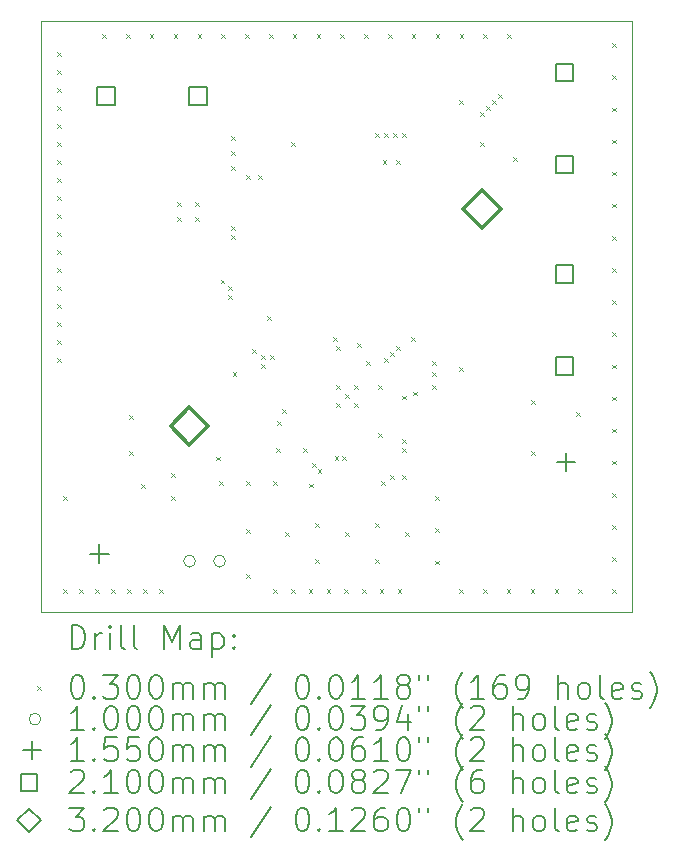
<source format=gbr>
%TF.GenerationSoftware,KiCad,Pcbnew,8.0.2*%
%TF.CreationDate,2024-05-28T03:05:53+03:00*%
%TF.ProjectId,ups,7570732e-6b69-4636-9164-5f7063625858,rev?*%
%TF.SameCoordinates,Original*%
%TF.FileFunction,Drillmap*%
%TF.FilePolarity,Positive*%
%FSLAX45Y45*%
G04 Gerber Fmt 4.5, Leading zero omitted, Abs format (unit mm)*
G04 Created by KiCad (PCBNEW 8.0.2) date 2024-05-28 03:05:53*
%MOMM*%
%LPD*%
G01*
G04 APERTURE LIST*
%ADD10C,0.100000*%
%ADD11C,0.200000*%
%ADD12C,0.155000*%
%ADD13C,0.210000*%
%ADD14C,0.320000*%
G04 APERTURE END LIST*
D10*
X8462000Y-4318000D02*
X13462000Y-4318000D01*
X13462000Y-9318000D01*
X8462000Y-9318000D01*
X8462000Y-4318000D01*
D11*
D10*
X8595600Y-4582400D02*
X8625600Y-4612400D01*
X8625600Y-4582400D02*
X8595600Y-4612400D01*
X8595600Y-4734800D02*
X8625600Y-4764800D01*
X8625600Y-4734800D02*
X8595600Y-4764800D01*
X8595600Y-4887200D02*
X8625600Y-4917200D01*
X8625600Y-4887200D02*
X8595600Y-4917200D01*
X8595600Y-5039600D02*
X8625600Y-5069600D01*
X8625600Y-5039600D02*
X8595600Y-5069600D01*
X8595600Y-5192000D02*
X8625600Y-5222000D01*
X8625600Y-5192000D02*
X8595600Y-5222000D01*
X8595600Y-5344400D02*
X8625600Y-5374400D01*
X8625600Y-5344400D02*
X8595600Y-5374400D01*
X8595600Y-5496800D02*
X8625600Y-5526800D01*
X8625600Y-5496800D02*
X8595600Y-5526800D01*
X8595600Y-5649200D02*
X8625600Y-5679200D01*
X8625600Y-5649200D02*
X8595600Y-5679200D01*
X8595600Y-5801600D02*
X8625600Y-5831600D01*
X8625600Y-5801600D02*
X8595600Y-5831600D01*
X8595600Y-5954000D02*
X8625600Y-5984000D01*
X8625600Y-5954000D02*
X8595600Y-5984000D01*
X8595600Y-6106400D02*
X8625600Y-6136400D01*
X8625600Y-6106400D02*
X8595600Y-6136400D01*
X8595600Y-6258800D02*
X8625600Y-6288800D01*
X8625600Y-6258800D02*
X8595600Y-6288800D01*
X8595600Y-6411200D02*
X8625600Y-6441200D01*
X8625600Y-6411200D02*
X8595600Y-6441200D01*
X8595600Y-6563600D02*
X8625600Y-6593600D01*
X8625600Y-6563600D02*
X8595600Y-6593600D01*
X8595600Y-6716000D02*
X8625600Y-6746000D01*
X8625600Y-6716000D02*
X8595600Y-6746000D01*
X8595600Y-6868400D02*
X8625600Y-6898400D01*
X8625600Y-6868400D02*
X8595600Y-6898400D01*
X8595600Y-7020800D02*
X8625600Y-7050800D01*
X8625600Y-7020800D02*
X8595600Y-7050800D01*
X8595600Y-7173200D02*
X8625600Y-7203200D01*
X8625600Y-7173200D02*
X8595600Y-7203200D01*
X8646400Y-8341600D02*
X8676400Y-8371600D01*
X8676400Y-8341600D02*
X8646400Y-8371600D01*
X8646400Y-9129000D02*
X8676400Y-9159000D01*
X8676400Y-9129000D02*
X8646400Y-9159000D01*
X8781867Y-9129000D02*
X8811867Y-9159000D01*
X8811867Y-9129000D02*
X8781867Y-9159000D01*
X8917333Y-9129000D02*
X8947333Y-9159000D01*
X8947333Y-9129000D02*
X8917333Y-9159000D01*
X8976600Y-4430000D02*
X9006600Y-4460000D01*
X9006600Y-4430000D02*
X8976600Y-4460000D01*
X9052800Y-9129000D02*
X9082800Y-9159000D01*
X9082800Y-9129000D02*
X9052800Y-9159000D01*
X9178306Y-4430000D02*
X9208306Y-4460000D01*
X9208306Y-4430000D02*
X9178306Y-4460000D01*
X9188266Y-9129000D02*
X9218266Y-9159000D01*
X9218266Y-9129000D02*
X9188266Y-9159000D01*
X9205200Y-7655800D02*
X9235200Y-7685800D01*
X9235200Y-7655800D02*
X9205200Y-7685800D01*
X9205200Y-7960600D02*
X9235200Y-7990600D01*
X9235200Y-7960600D02*
X9205200Y-7990600D01*
X9306800Y-8240000D02*
X9336800Y-8270000D01*
X9336800Y-8240000D02*
X9306800Y-8270000D01*
X9323733Y-9129000D02*
X9353733Y-9159000D01*
X9353733Y-9129000D02*
X9323733Y-9159000D01*
X9380012Y-4430000D02*
X9410012Y-4460000D01*
X9410012Y-4430000D02*
X9380012Y-4460000D01*
X9459200Y-9129000D02*
X9489200Y-9159000D01*
X9489200Y-9129000D02*
X9459200Y-9159000D01*
X9560800Y-8341600D02*
X9590800Y-8371600D01*
X9590800Y-8341600D02*
X9560800Y-8371600D01*
X9561580Y-8145000D02*
X9591580Y-8175000D01*
X9591580Y-8145000D02*
X9561580Y-8175000D01*
X9581717Y-4430000D02*
X9611717Y-4460000D01*
X9611717Y-4430000D02*
X9581717Y-4460000D01*
X9611600Y-5852400D02*
X9641600Y-5882400D01*
X9641600Y-5852400D02*
X9611600Y-5882400D01*
X9611600Y-5979400D02*
X9641600Y-6009400D01*
X9641600Y-5979400D02*
X9611600Y-6009400D01*
X9764000Y-5852400D02*
X9794000Y-5882400D01*
X9794000Y-5852400D02*
X9764000Y-5882400D01*
X9764000Y-5979400D02*
X9794000Y-6009400D01*
X9794000Y-5979400D02*
X9764000Y-6009400D01*
X9783423Y-4430000D02*
X9813423Y-4460000D01*
X9813423Y-4430000D02*
X9783423Y-4460000D01*
X9941800Y-8007200D02*
X9971800Y-8037200D01*
X9971800Y-8007200D02*
X9941800Y-8037200D01*
X9967200Y-8214600D02*
X9997200Y-8244600D01*
X9997200Y-8214600D02*
X9967200Y-8244600D01*
X9979900Y-6507500D02*
X10009900Y-6537500D01*
X10009900Y-6507500D02*
X9979900Y-6537500D01*
X9985129Y-4430000D02*
X10015129Y-4460000D01*
X10015129Y-4430000D02*
X9985129Y-4460000D01*
X10043400Y-6563600D02*
X10073400Y-6593600D01*
X10073400Y-6563600D02*
X10043400Y-6593600D01*
X10043400Y-6639800D02*
X10073400Y-6669800D01*
X10073400Y-6639800D02*
X10043400Y-6669800D01*
X10068800Y-5293600D02*
X10098800Y-5323600D01*
X10098800Y-5293600D02*
X10068800Y-5323600D01*
X10068800Y-5420600D02*
X10098800Y-5450600D01*
X10098800Y-5420600D02*
X10068800Y-5450600D01*
X10068800Y-5547600D02*
X10098800Y-5577600D01*
X10098800Y-5547600D02*
X10068800Y-5577600D01*
X10068800Y-6055600D02*
X10098800Y-6085600D01*
X10098800Y-6055600D02*
X10068800Y-6085600D01*
X10068800Y-6131800D02*
X10098800Y-6161800D01*
X10098800Y-6131800D02*
X10068800Y-6161800D01*
X10080000Y-7290000D02*
X10110000Y-7320000D01*
X10110000Y-7290000D02*
X10080000Y-7320000D01*
X10186835Y-4430000D02*
X10216835Y-4460000D01*
X10216835Y-4430000D02*
X10186835Y-4460000D01*
X10195800Y-5623800D02*
X10225800Y-5653800D01*
X10225800Y-5623800D02*
X10195800Y-5653800D01*
X10195800Y-8214600D02*
X10225800Y-8244600D01*
X10225800Y-8214600D02*
X10195800Y-8244600D01*
X10195800Y-8621000D02*
X10225800Y-8651000D01*
X10225800Y-8621000D02*
X10195800Y-8651000D01*
X10195800Y-9002000D02*
X10225800Y-9032000D01*
X10225800Y-9002000D02*
X10195800Y-9032000D01*
X10248182Y-7095418D02*
X10278182Y-7125418D01*
X10278182Y-7095418D02*
X10248182Y-7125418D01*
X10297400Y-5623800D02*
X10327400Y-5653800D01*
X10327400Y-5623800D02*
X10297400Y-5653800D01*
X10322800Y-7147800D02*
X10352800Y-7177800D01*
X10352800Y-7147800D02*
X10322800Y-7177800D01*
X10322800Y-7224000D02*
X10352800Y-7254000D01*
X10352800Y-7224000D02*
X10322800Y-7254000D01*
X10373600Y-6817600D02*
X10403600Y-6847600D01*
X10403600Y-6817600D02*
X10373600Y-6847600D01*
X10388541Y-4430000D02*
X10418541Y-4460000D01*
X10418541Y-4430000D02*
X10388541Y-4460000D01*
X10399000Y-7147800D02*
X10429000Y-7177800D01*
X10429000Y-7147800D02*
X10399000Y-7177800D01*
X10424400Y-8214600D02*
X10454400Y-8244600D01*
X10454400Y-8214600D02*
X10424400Y-8244600D01*
X10424400Y-9129000D02*
X10454400Y-9159000D01*
X10454400Y-9129000D02*
X10424400Y-9159000D01*
X10449800Y-7935200D02*
X10479800Y-7965200D01*
X10479800Y-7935200D02*
X10449800Y-7965200D01*
X10460000Y-7705000D02*
X10490000Y-7735000D01*
X10490000Y-7705000D02*
X10460000Y-7735000D01*
X10500600Y-7605000D02*
X10530600Y-7635000D01*
X10530600Y-7605000D02*
X10500600Y-7635000D01*
X10526000Y-8646400D02*
X10556000Y-8676400D01*
X10556000Y-8646400D02*
X10526000Y-8676400D01*
X10574986Y-9129000D02*
X10604986Y-9159000D01*
X10604986Y-9129000D02*
X10574986Y-9159000D01*
X10576800Y-5344400D02*
X10606800Y-5374400D01*
X10606800Y-5344400D02*
X10576800Y-5374400D01*
X10590246Y-4430000D02*
X10620246Y-4460000D01*
X10620246Y-4430000D02*
X10590246Y-4460000D01*
X10678400Y-7935200D02*
X10708400Y-7965200D01*
X10708400Y-7935200D02*
X10678400Y-7965200D01*
X10725571Y-9129000D02*
X10755571Y-9159000D01*
X10755571Y-9129000D02*
X10725571Y-9159000D01*
X10729200Y-8235500D02*
X10759200Y-8265500D01*
X10759200Y-8235500D02*
X10729200Y-8265500D01*
X10754600Y-8062200D02*
X10784600Y-8092200D01*
X10784600Y-8062200D02*
X10754600Y-8092200D01*
X10780000Y-8570200D02*
X10810000Y-8600200D01*
X10810000Y-8570200D02*
X10780000Y-8600200D01*
X10780000Y-8875000D02*
X10810000Y-8905000D01*
X10810000Y-8875000D02*
X10780000Y-8905000D01*
X10791952Y-4430000D02*
X10821952Y-4460000D01*
X10821952Y-4430000D02*
X10791952Y-4460000D01*
X10802509Y-8114309D02*
X10832509Y-8144309D01*
X10832509Y-8114309D02*
X10802509Y-8144309D01*
X10876157Y-9129000D02*
X10906157Y-9159000D01*
X10906157Y-9129000D02*
X10876157Y-9159000D01*
X10932400Y-6995400D02*
X10962400Y-7025400D01*
X10962400Y-6995400D02*
X10932400Y-7025400D01*
X10943800Y-8000000D02*
X10973800Y-8030000D01*
X10973800Y-8000000D02*
X10943800Y-8030000D01*
X10957800Y-7071600D02*
X10987800Y-7101600D01*
X10987800Y-7071600D02*
X10957800Y-7101600D01*
X10957800Y-7401800D02*
X10987800Y-7431800D01*
X10987800Y-7401800D02*
X10957800Y-7431800D01*
X10957800Y-7554200D02*
X10987800Y-7584200D01*
X10987800Y-7554200D02*
X10957800Y-7584200D01*
X10993658Y-4430000D02*
X11023658Y-4460000D01*
X11023658Y-4430000D02*
X10993658Y-4460000D01*
X11008600Y-8000000D02*
X11038600Y-8030000D01*
X11038600Y-8000000D02*
X11008600Y-8030000D01*
X11026743Y-9129000D02*
X11056743Y-9159000D01*
X11056743Y-9129000D02*
X11026743Y-9159000D01*
X11034000Y-7478000D02*
X11064000Y-7508000D01*
X11064000Y-7478000D02*
X11034000Y-7508000D01*
X11034000Y-8646400D02*
X11064000Y-8676400D01*
X11064000Y-8646400D02*
X11034000Y-8676400D01*
X11110200Y-7401800D02*
X11140200Y-7431800D01*
X11140200Y-7401800D02*
X11110200Y-7431800D01*
X11110200Y-7554200D02*
X11140200Y-7584200D01*
X11140200Y-7554200D02*
X11110200Y-7584200D01*
X11135600Y-7046200D02*
X11165600Y-7076200D01*
X11165600Y-7046200D02*
X11135600Y-7076200D01*
X11177329Y-9129000D02*
X11207328Y-9159000D01*
X11207328Y-9129000D02*
X11177329Y-9159000D01*
X11195364Y-4430000D02*
X11225364Y-4460000D01*
X11225364Y-4430000D02*
X11195364Y-4460000D01*
X11211800Y-7198600D02*
X11241800Y-7228600D01*
X11241800Y-7198600D02*
X11211800Y-7228600D01*
X11288000Y-5268200D02*
X11318000Y-5298200D01*
X11318000Y-5268200D02*
X11288000Y-5298200D01*
X11288000Y-8570200D02*
X11318000Y-8600200D01*
X11318000Y-8570200D02*
X11288000Y-8600200D01*
X11288000Y-8875000D02*
X11318000Y-8905000D01*
X11318000Y-8875000D02*
X11288000Y-8905000D01*
X11313400Y-7401800D02*
X11343400Y-7431800D01*
X11343400Y-7401800D02*
X11313400Y-7431800D01*
X11313400Y-7808200D02*
X11343400Y-7838200D01*
X11343400Y-7808200D02*
X11313400Y-7838200D01*
X11327914Y-9129000D02*
X11357914Y-9159000D01*
X11357914Y-9129000D02*
X11327914Y-9159000D01*
X11338800Y-8214600D02*
X11368800Y-8244600D01*
X11368800Y-8214600D02*
X11338800Y-8244600D01*
X11351500Y-5496800D02*
X11381500Y-5526800D01*
X11381500Y-5496800D02*
X11351500Y-5526800D01*
X11364200Y-5268200D02*
X11394200Y-5298200D01*
X11394200Y-5268200D02*
X11364200Y-5298200D01*
X11364200Y-7173200D02*
X11394200Y-7203200D01*
X11394200Y-7173200D02*
X11364200Y-7203200D01*
X11397070Y-4430000D02*
X11427070Y-4460000D01*
X11427070Y-4430000D02*
X11397070Y-4460000D01*
X11415000Y-7122400D02*
X11445000Y-7152400D01*
X11445000Y-7122400D02*
X11415000Y-7152400D01*
X11415000Y-8163800D02*
X11445000Y-8193800D01*
X11445000Y-8163800D02*
X11415000Y-8193800D01*
X11440400Y-5268200D02*
X11470400Y-5298200D01*
X11470400Y-5268200D02*
X11440400Y-5298200D01*
X11465800Y-5496800D02*
X11495800Y-5526800D01*
X11495800Y-5496800D02*
X11465800Y-5526800D01*
X11465800Y-7071600D02*
X11495800Y-7101600D01*
X11495800Y-7071600D02*
X11465800Y-7101600D01*
X11478500Y-9129000D02*
X11508500Y-9159000D01*
X11508500Y-9129000D02*
X11478500Y-9159000D01*
X11516600Y-5268200D02*
X11546600Y-5298200D01*
X11546600Y-5268200D02*
X11516600Y-5298200D01*
X11516600Y-7490500D02*
X11546600Y-7520500D01*
X11546600Y-7490500D02*
X11516600Y-7520500D01*
X11516600Y-7859000D02*
X11546600Y-7889000D01*
X11546600Y-7859000D02*
X11516600Y-7889000D01*
X11516600Y-7935200D02*
X11546600Y-7965200D01*
X11546600Y-7935200D02*
X11516600Y-7965200D01*
X11516600Y-8163800D02*
X11546600Y-8193800D01*
X11546600Y-8163800D02*
X11516600Y-8193800D01*
X11542000Y-8646400D02*
X11572000Y-8676400D01*
X11572000Y-8646400D02*
X11542000Y-8676400D01*
X11592800Y-6995400D02*
X11622800Y-7025400D01*
X11622800Y-6995400D02*
X11592800Y-7025400D01*
X11598775Y-4430000D02*
X11628775Y-4460000D01*
X11628775Y-4430000D02*
X11598775Y-4460000D01*
X11609000Y-7455000D02*
X11639000Y-7485000D01*
X11639000Y-7455000D02*
X11609000Y-7485000D01*
X11770600Y-7198600D02*
X11800600Y-7228600D01*
X11800600Y-7198600D02*
X11770600Y-7228600D01*
X11770600Y-7292729D02*
X11800600Y-7322729D01*
X11800600Y-7292729D02*
X11770600Y-7322729D01*
X11770600Y-7401800D02*
X11800600Y-7431800D01*
X11800600Y-7401800D02*
X11770600Y-7431800D01*
X11796000Y-8341600D02*
X11826000Y-8371600D01*
X11826000Y-8341600D02*
X11796000Y-8371600D01*
X11796000Y-8613529D02*
X11826000Y-8643529D01*
X11826000Y-8613529D02*
X11796000Y-8643529D01*
X11796000Y-8885459D02*
X11826000Y-8915459D01*
X11826000Y-8885459D02*
X11796000Y-8915459D01*
X11800481Y-4430000D02*
X11830481Y-4460000D01*
X11830481Y-4430000D02*
X11800481Y-4460000D01*
X11999200Y-4988800D02*
X12029200Y-5018800D01*
X12029200Y-4988800D02*
X11999200Y-5018800D01*
X11999200Y-7249400D02*
X12029200Y-7279400D01*
X12029200Y-7249400D02*
X11999200Y-7279400D01*
X11999200Y-9129000D02*
X12029200Y-9159000D01*
X12029200Y-9129000D02*
X11999200Y-9159000D01*
X12002187Y-4430000D02*
X12032187Y-4460000D01*
X12032187Y-4430000D02*
X12002187Y-4460000D01*
X12177000Y-5090400D02*
X12207000Y-5120400D01*
X12207000Y-5090400D02*
X12177000Y-5120400D01*
X12177000Y-5344400D02*
X12207000Y-5374400D01*
X12207000Y-5344400D02*
X12177000Y-5374400D01*
X12200906Y-9129000D02*
X12230906Y-9159000D01*
X12230906Y-9129000D02*
X12200906Y-9159000D01*
X12203893Y-4430000D02*
X12233893Y-4460000D01*
X12233893Y-4430000D02*
X12203893Y-4460000D01*
X12227800Y-5039600D02*
X12257800Y-5069600D01*
X12257800Y-5039600D02*
X12227800Y-5069600D01*
X12278600Y-4988800D02*
X12308600Y-5018800D01*
X12308600Y-4988800D02*
X12278600Y-5018800D01*
X12329400Y-4938000D02*
X12359400Y-4968000D01*
X12359400Y-4938000D02*
X12329400Y-4968000D01*
X12402612Y-9129000D02*
X12432612Y-9159000D01*
X12432612Y-9129000D02*
X12402612Y-9159000D01*
X12405600Y-4430000D02*
X12435600Y-4460000D01*
X12435600Y-4430000D02*
X12405600Y-4460000D01*
X12456400Y-5471400D02*
X12486400Y-5501400D01*
X12486400Y-5471400D02*
X12456400Y-5501400D01*
X12604317Y-9129000D02*
X12634317Y-9159000D01*
X12634317Y-9129000D02*
X12604317Y-9159000D01*
X12608800Y-7528800D02*
X12638800Y-7558800D01*
X12638800Y-7528800D02*
X12608800Y-7558800D01*
X12608800Y-7960600D02*
X12638800Y-7990600D01*
X12638800Y-7960600D02*
X12608800Y-7990600D01*
X12806023Y-9129000D02*
X12836023Y-9159000D01*
X12836023Y-9129000D02*
X12806023Y-9159000D01*
X12989800Y-7630400D02*
X13019800Y-7660400D01*
X13019800Y-7630400D02*
X12989800Y-7660400D01*
X13007730Y-9129000D02*
X13037730Y-9159000D01*
X13037730Y-9129000D02*
X13007730Y-9159000D01*
X13294600Y-4506200D02*
X13324600Y-4536200D01*
X13324600Y-4506200D02*
X13294600Y-4536200D01*
X13294600Y-4778129D02*
X13324600Y-4808129D01*
X13324600Y-4778129D02*
X13294600Y-4808129D01*
X13294600Y-5050059D02*
X13324600Y-5080059D01*
X13324600Y-5050059D02*
X13294600Y-5080059D01*
X13294600Y-5321988D02*
X13324600Y-5351988D01*
X13324600Y-5321988D02*
X13294600Y-5351988D01*
X13294600Y-5593918D02*
X13324600Y-5623918D01*
X13324600Y-5593918D02*
X13294600Y-5623918D01*
X13294600Y-5865847D02*
X13324600Y-5895847D01*
X13324600Y-5865847D02*
X13294600Y-5895847D01*
X13294600Y-6137776D02*
X13324600Y-6167776D01*
X13324600Y-6137776D02*
X13294600Y-6167776D01*
X13294600Y-6409706D02*
X13324600Y-6439706D01*
X13324600Y-6409706D02*
X13294600Y-6439706D01*
X13294600Y-6681635D02*
X13324600Y-6711635D01*
X13324600Y-6681635D02*
X13294600Y-6711635D01*
X13294600Y-6953565D02*
X13324600Y-6983565D01*
X13324600Y-6953565D02*
X13294600Y-6983565D01*
X13294600Y-7225494D02*
X13324600Y-7255494D01*
X13324600Y-7225494D02*
X13294600Y-7255494D01*
X13294600Y-7497423D02*
X13324600Y-7527423D01*
X13324600Y-7497423D02*
X13294600Y-7527423D01*
X13294600Y-7769353D02*
X13324600Y-7799353D01*
X13324600Y-7769353D02*
X13294600Y-7799353D01*
X13294600Y-8041282D02*
X13324600Y-8071282D01*
X13324600Y-8041282D02*
X13294600Y-8071282D01*
X13294600Y-8313212D02*
X13324600Y-8343212D01*
X13324600Y-8313212D02*
X13294600Y-8343212D01*
X13294600Y-8585141D02*
X13324600Y-8615141D01*
X13324600Y-8585141D02*
X13294600Y-8615141D01*
X13294600Y-8857070D02*
X13324600Y-8887070D01*
X13324600Y-8857070D02*
X13294600Y-8887070D01*
X13294600Y-9129000D02*
X13324600Y-9159000D01*
X13324600Y-9129000D02*
X13294600Y-9159000D01*
X9766000Y-8890000D02*
G75*
G02*
X9666000Y-8890000I-50000J0D01*
G01*
X9666000Y-8890000D02*
G75*
G02*
X9766000Y-8890000I50000J0D01*
G01*
X10020000Y-8890000D02*
G75*
G02*
X9920000Y-8890000I-50000J0D01*
G01*
X9920000Y-8890000D02*
G75*
G02*
X10020000Y-8890000I50000J0D01*
G01*
D12*
X8953500Y-8749000D02*
X8953500Y-8904000D01*
X8876000Y-8826500D02*
X9031000Y-8826500D01*
X12903200Y-7974300D02*
X12903200Y-8129300D01*
X12825700Y-8051800D02*
X12980700Y-8051800D01*
D13*
X9082247Y-5027247D02*
X9082247Y-4878753D01*
X8933753Y-4878753D01*
X8933753Y-5027247D01*
X9082247Y-5027247D01*
X9862247Y-5027247D02*
X9862247Y-4878753D01*
X9713753Y-4878753D01*
X9713753Y-5027247D01*
X9862247Y-5027247D01*
X12964747Y-4827747D02*
X12964747Y-4679253D01*
X12816253Y-4679253D01*
X12816253Y-4827747D01*
X12964747Y-4827747D01*
X12964747Y-5607747D02*
X12964747Y-5459253D01*
X12816253Y-5459253D01*
X12816253Y-5607747D01*
X12964747Y-5607747D01*
X12964747Y-6533247D02*
X12964747Y-6384753D01*
X12816253Y-6384753D01*
X12816253Y-6533247D01*
X12964747Y-6533247D01*
X12964747Y-7313247D02*
X12964747Y-7164753D01*
X12816253Y-7164753D01*
X12816253Y-7313247D01*
X12964747Y-7313247D01*
D14*
X9715500Y-7907000D02*
X9875500Y-7747000D01*
X9715500Y-7587000D01*
X9555500Y-7747000D01*
X9715500Y-7907000D01*
X12192000Y-6065500D02*
X12352000Y-5905500D01*
X12192000Y-5745500D01*
X12032000Y-5905500D01*
X12192000Y-6065500D01*
D11*
X8717777Y-9634484D02*
X8717777Y-9434484D01*
X8717777Y-9434484D02*
X8765396Y-9434484D01*
X8765396Y-9434484D02*
X8793967Y-9444008D01*
X8793967Y-9444008D02*
X8813015Y-9463055D01*
X8813015Y-9463055D02*
X8822539Y-9482103D01*
X8822539Y-9482103D02*
X8832063Y-9520198D01*
X8832063Y-9520198D02*
X8832063Y-9548770D01*
X8832063Y-9548770D02*
X8822539Y-9586865D01*
X8822539Y-9586865D02*
X8813015Y-9605912D01*
X8813015Y-9605912D02*
X8793967Y-9624960D01*
X8793967Y-9624960D02*
X8765396Y-9634484D01*
X8765396Y-9634484D02*
X8717777Y-9634484D01*
X8917777Y-9634484D02*
X8917777Y-9501150D01*
X8917777Y-9539246D02*
X8927301Y-9520198D01*
X8927301Y-9520198D02*
X8936824Y-9510674D01*
X8936824Y-9510674D02*
X8955872Y-9501150D01*
X8955872Y-9501150D02*
X8974920Y-9501150D01*
X9041586Y-9634484D02*
X9041586Y-9501150D01*
X9041586Y-9434484D02*
X9032063Y-9444008D01*
X9032063Y-9444008D02*
X9041586Y-9453531D01*
X9041586Y-9453531D02*
X9051110Y-9444008D01*
X9051110Y-9444008D02*
X9041586Y-9434484D01*
X9041586Y-9434484D02*
X9041586Y-9453531D01*
X9165396Y-9634484D02*
X9146348Y-9624960D01*
X9146348Y-9624960D02*
X9136824Y-9605912D01*
X9136824Y-9605912D02*
X9136824Y-9434484D01*
X9270158Y-9634484D02*
X9251110Y-9624960D01*
X9251110Y-9624960D02*
X9241586Y-9605912D01*
X9241586Y-9605912D02*
X9241586Y-9434484D01*
X9498729Y-9634484D02*
X9498729Y-9434484D01*
X9498729Y-9434484D02*
X9565396Y-9577341D01*
X9565396Y-9577341D02*
X9632063Y-9434484D01*
X9632063Y-9434484D02*
X9632063Y-9634484D01*
X9813015Y-9634484D02*
X9813015Y-9529722D01*
X9813015Y-9529722D02*
X9803491Y-9510674D01*
X9803491Y-9510674D02*
X9784444Y-9501150D01*
X9784444Y-9501150D02*
X9746348Y-9501150D01*
X9746348Y-9501150D02*
X9727301Y-9510674D01*
X9813015Y-9624960D02*
X9793967Y-9634484D01*
X9793967Y-9634484D02*
X9746348Y-9634484D01*
X9746348Y-9634484D02*
X9727301Y-9624960D01*
X9727301Y-9624960D02*
X9717777Y-9605912D01*
X9717777Y-9605912D02*
X9717777Y-9586865D01*
X9717777Y-9586865D02*
X9727301Y-9567817D01*
X9727301Y-9567817D02*
X9746348Y-9558293D01*
X9746348Y-9558293D02*
X9793967Y-9558293D01*
X9793967Y-9558293D02*
X9813015Y-9548770D01*
X9908253Y-9501150D02*
X9908253Y-9701150D01*
X9908253Y-9510674D02*
X9927301Y-9501150D01*
X9927301Y-9501150D02*
X9965396Y-9501150D01*
X9965396Y-9501150D02*
X9984444Y-9510674D01*
X9984444Y-9510674D02*
X9993967Y-9520198D01*
X9993967Y-9520198D02*
X10003491Y-9539246D01*
X10003491Y-9539246D02*
X10003491Y-9596389D01*
X10003491Y-9596389D02*
X9993967Y-9615436D01*
X9993967Y-9615436D02*
X9984444Y-9624960D01*
X9984444Y-9624960D02*
X9965396Y-9634484D01*
X9965396Y-9634484D02*
X9927301Y-9634484D01*
X9927301Y-9634484D02*
X9908253Y-9624960D01*
X10089205Y-9615436D02*
X10098729Y-9624960D01*
X10098729Y-9624960D02*
X10089205Y-9634484D01*
X10089205Y-9634484D02*
X10079682Y-9624960D01*
X10079682Y-9624960D02*
X10089205Y-9615436D01*
X10089205Y-9615436D02*
X10089205Y-9634484D01*
X10089205Y-9510674D02*
X10098729Y-9520198D01*
X10098729Y-9520198D02*
X10089205Y-9529722D01*
X10089205Y-9529722D02*
X10079682Y-9520198D01*
X10079682Y-9520198D02*
X10089205Y-9510674D01*
X10089205Y-9510674D02*
X10089205Y-9529722D01*
D10*
X8427000Y-9948000D02*
X8457000Y-9978000D01*
X8457000Y-9948000D02*
X8427000Y-9978000D01*
D11*
X8755872Y-9854484D02*
X8774920Y-9854484D01*
X8774920Y-9854484D02*
X8793967Y-9864008D01*
X8793967Y-9864008D02*
X8803491Y-9873531D01*
X8803491Y-9873531D02*
X8813015Y-9892579D01*
X8813015Y-9892579D02*
X8822539Y-9930674D01*
X8822539Y-9930674D02*
X8822539Y-9978293D01*
X8822539Y-9978293D02*
X8813015Y-10016389D01*
X8813015Y-10016389D02*
X8803491Y-10035436D01*
X8803491Y-10035436D02*
X8793967Y-10044960D01*
X8793967Y-10044960D02*
X8774920Y-10054484D01*
X8774920Y-10054484D02*
X8755872Y-10054484D01*
X8755872Y-10054484D02*
X8736824Y-10044960D01*
X8736824Y-10044960D02*
X8727301Y-10035436D01*
X8727301Y-10035436D02*
X8717777Y-10016389D01*
X8717777Y-10016389D02*
X8708253Y-9978293D01*
X8708253Y-9978293D02*
X8708253Y-9930674D01*
X8708253Y-9930674D02*
X8717777Y-9892579D01*
X8717777Y-9892579D02*
X8727301Y-9873531D01*
X8727301Y-9873531D02*
X8736824Y-9864008D01*
X8736824Y-9864008D02*
X8755872Y-9854484D01*
X8908253Y-10035436D02*
X8917777Y-10044960D01*
X8917777Y-10044960D02*
X8908253Y-10054484D01*
X8908253Y-10054484D02*
X8898729Y-10044960D01*
X8898729Y-10044960D02*
X8908253Y-10035436D01*
X8908253Y-10035436D02*
X8908253Y-10054484D01*
X8984444Y-9854484D02*
X9108253Y-9854484D01*
X9108253Y-9854484D02*
X9041586Y-9930674D01*
X9041586Y-9930674D02*
X9070158Y-9930674D01*
X9070158Y-9930674D02*
X9089205Y-9940198D01*
X9089205Y-9940198D02*
X9098729Y-9949722D01*
X9098729Y-9949722D02*
X9108253Y-9968770D01*
X9108253Y-9968770D02*
X9108253Y-10016389D01*
X9108253Y-10016389D02*
X9098729Y-10035436D01*
X9098729Y-10035436D02*
X9089205Y-10044960D01*
X9089205Y-10044960D02*
X9070158Y-10054484D01*
X9070158Y-10054484D02*
X9013015Y-10054484D01*
X9013015Y-10054484D02*
X8993967Y-10044960D01*
X8993967Y-10044960D02*
X8984444Y-10035436D01*
X9232063Y-9854484D02*
X9251110Y-9854484D01*
X9251110Y-9854484D02*
X9270158Y-9864008D01*
X9270158Y-9864008D02*
X9279682Y-9873531D01*
X9279682Y-9873531D02*
X9289205Y-9892579D01*
X9289205Y-9892579D02*
X9298729Y-9930674D01*
X9298729Y-9930674D02*
X9298729Y-9978293D01*
X9298729Y-9978293D02*
X9289205Y-10016389D01*
X9289205Y-10016389D02*
X9279682Y-10035436D01*
X9279682Y-10035436D02*
X9270158Y-10044960D01*
X9270158Y-10044960D02*
X9251110Y-10054484D01*
X9251110Y-10054484D02*
X9232063Y-10054484D01*
X9232063Y-10054484D02*
X9213015Y-10044960D01*
X9213015Y-10044960D02*
X9203491Y-10035436D01*
X9203491Y-10035436D02*
X9193967Y-10016389D01*
X9193967Y-10016389D02*
X9184444Y-9978293D01*
X9184444Y-9978293D02*
X9184444Y-9930674D01*
X9184444Y-9930674D02*
X9193967Y-9892579D01*
X9193967Y-9892579D02*
X9203491Y-9873531D01*
X9203491Y-9873531D02*
X9213015Y-9864008D01*
X9213015Y-9864008D02*
X9232063Y-9854484D01*
X9422539Y-9854484D02*
X9441586Y-9854484D01*
X9441586Y-9854484D02*
X9460634Y-9864008D01*
X9460634Y-9864008D02*
X9470158Y-9873531D01*
X9470158Y-9873531D02*
X9479682Y-9892579D01*
X9479682Y-9892579D02*
X9489205Y-9930674D01*
X9489205Y-9930674D02*
X9489205Y-9978293D01*
X9489205Y-9978293D02*
X9479682Y-10016389D01*
X9479682Y-10016389D02*
X9470158Y-10035436D01*
X9470158Y-10035436D02*
X9460634Y-10044960D01*
X9460634Y-10044960D02*
X9441586Y-10054484D01*
X9441586Y-10054484D02*
X9422539Y-10054484D01*
X9422539Y-10054484D02*
X9403491Y-10044960D01*
X9403491Y-10044960D02*
X9393967Y-10035436D01*
X9393967Y-10035436D02*
X9384444Y-10016389D01*
X9384444Y-10016389D02*
X9374920Y-9978293D01*
X9374920Y-9978293D02*
X9374920Y-9930674D01*
X9374920Y-9930674D02*
X9384444Y-9892579D01*
X9384444Y-9892579D02*
X9393967Y-9873531D01*
X9393967Y-9873531D02*
X9403491Y-9864008D01*
X9403491Y-9864008D02*
X9422539Y-9854484D01*
X9574920Y-10054484D02*
X9574920Y-9921150D01*
X9574920Y-9940198D02*
X9584444Y-9930674D01*
X9584444Y-9930674D02*
X9603491Y-9921150D01*
X9603491Y-9921150D02*
X9632063Y-9921150D01*
X9632063Y-9921150D02*
X9651110Y-9930674D01*
X9651110Y-9930674D02*
X9660634Y-9949722D01*
X9660634Y-9949722D02*
X9660634Y-10054484D01*
X9660634Y-9949722D02*
X9670158Y-9930674D01*
X9670158Y-9930674D02*
X9689205Y-9921150D01*
X9689205Y-9921150D02*
X9717777Y-9921150D01*
X9717777Y-9921150D02*
X9736825Y-9930674D01*
X9736825Y-9930674D02*
X9746348Y-9949722D01*
X9746348Y-9949722D02*
X9746348Y-10054484D01*
X9841586Y-10054484D02*
X9841586Y-9921150D01*
X9841586Y-9940198D02*
X9851110Y-9930674D01*
X9851110Y-9930674D02*
X9870158Y-9921150D01*
X9870158Y-9921150D02*
X9898729Y-9921150D01*
X9898729Y-9921150D02*
X9917777Y-9930674D01*
X9917777Y-9930674D02*
X9927301Y-9949722D01*
X9927301Y-9949722D02*
X9927301Y-10054484D01*
X9927301Y-9949722D02*
X9936825Y-9930674D01*
X9936825Y-9930674D02*
X9955872Y-9921150D01*
X9955872Y-9921150D02*
X9984444Y-9921150D01*
X9984444Y-9921150D02*
X10003491Y-9930674D01*
X10003491Y-9930674D02*
X10013015Y-9949722D01*
X10013015Y-9949722D02*
X10013015Y-10054484D01*
X10403491Y-9844960D02*
X10232063Y-10102103D01*
X10660634Y-9854484D02*
X10679682Y-9854484D01*
X10679682Y-9854484D02*
X10698729Y-9864008D01*
X10698729Y-9864008D02*
X10708253Y-9873531D01*
X10708253Y-9873531D02*
X10717777Y-9892579D01*
X10717777Y-9892579D02*
X10727301Y-9930674D01*
X10727301Y-9930674D02*
X10727301Y-9978293D01*
X10727301Y-9978293D02*
X10717777Y-10016389D01*
X10717777Y-10016389D02*
X10708253Y-10035436D01*
X10708253Y-10035436D02*
X10698729Y-10044960D01*
X10698729Y-10044960D02*
X10679682Y-10054484D01*
X10679682Y-10054484D02*
X10660634Y-10054484D01*
X10660634Y-10054484D02*
X10641587Y-10044960D01*
X10641587Y-10044960D02*
X10632063Y-10035436D01*
X10632063Y-10035436D02*
X10622539Y-10016389D01*
X10622539Y-10016389D02*
X10613015Y-9978293D01*
X10613015Y-9978293D02*
X10613015Y-9930674D01*
X10613015Y-9930674D02*
X10622539Y-9892579D01*
X10622539Y-9892579D02*
X10632063Y-9873531D01*
X10632063Y-9873531D02*
X10641587Y-9864008D01*
X10641587Y-9864008D02*
X10660634Y-9854484D01*
X10813015Y-10035436D02*
X10822539Y-10044960D01*
X10822539Y-10044960D02*
X10813015Y-10054484D01*
X10813015Y-10054484D02*
X10803491Y-10044960D01*
X10803491Y-10044960D02*
X10813015Y-10035436D01*
X10813015Y-10035436D02*
X10813015Y-10054484D01*
X10946348Y-9854484D02*
X10965396Y-9854484D01*
X10965396Y-9854484D02*
X10984444Y-9864008D01*
X10984444Y-9864008D02*
X10993968Y-9873531D01*
X10993968Y-9873531D02*
X11003491Y-9892579D01*
X11003491Y-9892579D02*
X11013015Y-9930674D01*
X11013015Y-9930674D02*
X11013015Y-9978293D01*
X11013015Y-9978293D02*
X11003491Y-10016389D01*
X11003491Y-10016389D02*
X10993968Y-10035436D01*
X10993968Y-10035436D02*
X10984444Y-10044960D01*
X10984444Y-10044960D02*
X10965396Y-10054484D01*
X10965396Y-10054484D02*
X10946348Y-10054484D01*
X10946348Y-10054484D02*
X10927301Y-10044960D01*
X10927301Y-10044960D02*
X10917777Y-10035436D01*
X10917777Y-10035436D02*
X10908253Y-10016389D01*
X10908253Y-10016389D02*
X10898729Y-9978293D01*
X10898729Y-9978293D02*
X10898729Y-9930674D01*
X10898729Y-9930674D02*
X10908253Y-9892579D01*
X10908253Y-9892579D02*
X10917777Y-9873531D01*
X10917777Y-9873531D02*
X10927301Y-9864008D01*
X10927301Y-9864008D02*
X10946348Y-9854484D01*
X11203491Y-10054484D02*
X11089206Y-10054484D01*
X11146348Y-10054484D02*
X11146348Y-9854484D01*
X11146348Y-9854484D02*
X11127301Y-9883055D01*
X11127301Y-9883055D02*
X11108253Y-9902103D01*
X11108253Y-9902103D02*
X11089206Y-9911627D01*
X11393967Y-10054484D02*
X11279682Y-10054484D01*
X11336825Y-10054484D02*
X11336825Y-9854484D01*
X11336825Y-9854484D02*
X11317777Y-9883055D01*
X11317777Y-9883055D02*
X11298729Y-9902103D01*
X11298729Y-9902103D02*
X11279682Y-9911627D01*
X11508253Y-9940198D02*
X11489206Y-9930674D01*
X11489206Y-9930674D02*
X11479682Y-9921150D01*
X11479682Y-9921150D02*
X11470158Y-9902103D01*
X11470158Y-9902103D02*
X11470158Y-9892579D01*
X11470158Y-9892579D02*
X11479682Y-9873531D01*
X11479682Y-9873531D02*
X11489206Y-9864008D01*
X11489206Y-9864008D02*
X11508253Y-9854484D01*
X11508253Y-9854484D02*
X11546348Y-9854484D01*
X11546348Y-9854484D02*
X11565396Y-9864008D01*
X11565396Y-9864008D02*
X11574920Y-9873531D01*
X11574920Y-9873531D02*
X11584444Y-9892579D01*
X11584444Y-9892579D02*
X11584444Y-9902103D01*
X11584444Y-9902103D02*
X11574920Y-9921150D01*
X11574920Y-9921150D02*
X11565396Y-9930674D01*
X11565396Y-9930674D02*
X11546348Y-9940198D01*
X11546348Y-9940198D02*
X11508253Y-9940198D01*
X11508253Y-9940198D02*
X11489206Y-9949722D01*
X11489206Y-9949722D02*
X11479682Y-9959246D01*
X11479682Y-9959246D02*
X11470158Y-9978293D01*
X11470158Y-9978293D02*
X11470158Y-10016389D01*
X11470158Y-10016389D02*
X11479682Y-10035436D01*
X11479682Y-10035436D02*
X11489206Y-10044960D01*
X11489206Y-10044960D02*
X11508253Y-10054484D01*
X11508253Y-10054484D02*
X11546348Y-10054484D01*
X11546348Y-10054484D02*
X11565396Y-10044960D01*
X11565396Y-10044960D02*
X11574920Y-10035436D01*
X11574920Y-10035436D02*
X11584444Y-10016389D01*
X11584444Y-10016389D02*
X11584444Y-9978293D01*
X11584444Y-9978293D02*
X11574920Y-9959246D01*
X11574920Y-9959246D02*
X11565396Y-9949722D01*
X11565396Y-9949722D02*
X11546348Y-9940198D01*
X11660634Y-9854484D02*
X11660634Y-9892579D01*
X11736825Y-9854484D02*
X11736825Y-9892579D01*
X12032063Y-10130674D02*
X12022539Y-10121150D01*
X12022539Y-10121150D02*
X12003491Y-10092579D01*
X12003491Y-10092579D02*
X11993968Y-10073531D01*
X11993968Y-10073531D02*
X11984444Y-10044960D01*
X11984444Y-10044960D02*
X11974920Y-9997341D01*
X11974920Y-9997341D02*
X11974920Y-9959246D01*
X11974920Y-9959246D02*
X11984444Y-9911627D01*
X11984444Y-9911627D02*
X11993968Y-9883055D01*
X11993968Y-9883055D02*
X12003491Y-9864008D01*
X12003491Y-9864008D02*
X12022539Y-9835436D01*
X12022539Y-9835436D02*
X12032063Y-9825912D01*
X12213015Y-10054484D02*
X12098729Y-10054484D01*
X12155872Y-10054484D02*
X12155872Y-9854484D01*
X12155872Y-9854484D02*
X12136825Y-9883055D01*
X12136825Y-9883055D02*
X12117777Y-9902103D01*
X12117777Y-9902103D02*
X12098729Y-9911627D01*
X12384444Y-9854484D02*
X12346348Y-9854484D01*
X12346348Y-9854484D02*
X12327301Y-9864008D01*
X12327301Y-9864008D02*
X12317777Y-9873531D01*
X12317777Y-9873531D02*
X12298729Y-9902103D01*
X12298729Y-9902103D02*
X12289206Y-9940198D01*
X12289206Y-9940198D02*
X12289206Y-10016389D01*
X12289206Y-10016389D02*
X12298729Y-10035436D01*
X12298729Y-10035436D02*
X12308253Y-10044960D01*
X12308253Y-10044960D02*
X12327301Y-10054484D01*
X12327301Y-10054484D02*
X12365396Y-10054484D01*
X12365396Y-10054484D02*
X12384444Y-10044960D01*
X12384444Y-10044960D02*
X12393968Y-10035436D01*
X12393968Y-10035436D02*
X12403491Y-10016389D01*
X12403491Y-10016389D02*
X12403491Y-9968770D01*
X12403491Y-9968770D02*
X12393968Y-9949722D01*
X12393968Y-9949722D02*
X12384444Y-9940198D01*
X12384444Y-9940198D02*
X12365396Y-9930674D01*
X12365396Y-9930674D02*
X12327301Y-9930674D01*
X12327301Y-9930674D02*
X12308253Y-9940198D01*
X12308253Y-9940198D02*
X12298729Y-9949722D01*
X12298729Y-9949722D02*
X12289206Y-9968770D01*
X12498729Y-10054484D02*
X12536825Y-10054484D01*
X12536825Y-10054484D02*
X12555872Y-10044960D01*
X12555872Y-10044960D02*
X12565396Y-10035436D01*
X12565396Y-10035436D02*
X12584444Y-10006865D01*
X12584444Y-10006865D02*
X12593968Y-9968770D01*
X12593968Y-9968770D02*
X12593968Y-9892579D01*
X12593968Y-9892579D02*
X12584444Y-9873531D01*
X12584444Y-9873531D02*
X12574920Y-9864008D01*
X12574920Y-9864008D02*
X12555872Y-9854484D01*
X12555872Y-9854484D02*
X12517777Y-9854484D01*
X12517777Y-9854484D02*
X12498729Y-9864008D01*
X12498729Y-9864008D02*
X12489206Y-9873531D01*
X12489206Y-9873531D02*
X12479682Y-9892579D01*
X12479682Y-9892579D02*
X12479682Y-9940198D01*
X12479682Y-9940198D02*
X12489206Y-9959246D01*
X12489206Y-9959246D02*
X12498729Y-9968770D01*
X12498729Y-9968770D02*
X12517777Y-9978293D01*
X12517777Y-9978293D02*
X12555872Y-9978293D01*
X12555872Y-9978293D02*
X12574920Y-9968770D01*
X12574920Y-9968770D02*
X12584444Y-9959246D01*
X12584444Y-9959246D02*
X12593968Y-9940198D01*
X12832063Y-10054484D02*
X12832063Y-9854484D01*
X12917777Y-10054484D02*
X12917777Y-9949722D01*
X12917777Y-9949722D02*
X12908253Y-9930674D01*
X12908253Y-9930674D02*
X12889206Y-9921150D01*
X12889206Y-9921150D02*
X12860634Y-9921150D01*
X12860634Y-9921150D02*
X12841587Y-9930674D01*
X12841587Y-9930674D02*
X12832063Y-9940198D01*
X13041587Y-10054484D02*
X13022539Y-10044960D01*
X13022539Y-10044960D02*
X13013015Y-10035436D01*
X13013015Y-10035436D02*
X13003491Y-10016389D01*
X13003491Y-10016389D02*
X13003491Y-9959246D01*
X13003491Y-9959246D02*
X13013015Y-9940198D01*
X13013015Y-9940198D02*
X13022539Y-9930674D01*
X13022539Y-9930674D02*
X13041587Y-9921150D01*
X13041587Y-9921150D02*
X13070158Y-9921150D01*
X13070158Y-9921150D02*
X13089206Y-9930674D01*
X13089206Y-9930674D02*
X13098730Y-9940198D01*
X13098730Y-9940198D02*
X13108253Y-9959246D01*
X13108253Y-9959246D02*
X13108253Y-10016389D01*
X13108253Y-10016389D02*
X13098730Y-10035436D01*
X13098730Y-10035436D02*
X13089206Y-10044960D01*
X13089206Y-10044960D02*
X13070158Y-10054484D01*
X13070158Y-10054484D02*
X13041587Y-10054484D01*
X13222539Y-10054484D02*
X13203491Y-10044960D01*
X13203491Y-10044960D02*
X13193968Y-10025912D01*
X13193968Y-10025912D02*
X13193968Y-9854484D01*
X13374920Y-10044960D02*
X13355872Y-10054484D01*
X13355872Y-10054484D02*
X13317777Y-10054484D01*
X13317777Y-10054484D02*
X13298730Y-10044960D01*
X13298730Y-10044960D02*
X13289206Y-10025912D01*
X13289206Y-10025912D02*
X13289206Y-9949722D01*
X13289206Y-9949722D02*
X13298730Y-9930674D01*
X13298730Y-9930674D02*
X13317777Y-9921150D01*
X13317777Y-9921150D02*
X13355872Y-9921150D01*
X13355872Y-9921150D02*
X13374920Y-9930674D01*
X13374920Y-9930674D02*
X13384444Y-9949722D01*
X13384444Y-9949722D02*
X13384444Y-9968770D01*
X13384444Y-9968770D02*
X13289206Y-9987817D01*
X13460634Y-10044960D02*
X13479682Y-10054484D01*
X13479682Y-10054484D02*
X13517777Y-10054484D01*
X13517777Y-10054484D02*
X13536825Y-10044960D01*
X13536825Y-10044960D02*
X13546349Y-10025912D01*
X13546349Y-10025912D02*
X13546349Y-10016389D01*
X13546349Y-10016389D02*
X13536825Y-9997341D01*
X13536825Y-9997341D02*
X13517777Y-9987817D01*
X13517777Y-9987817D02*
X13489206Y-9987817D01*
X13489206Y-9987817D02*
X13470158Y-9978293D01*
X13470158Y-9978293D02*
X13460634Y-9959246D01*
X13460634Y-9959246D02*
X13460634Y-9949722D01*
X13460634Y-9949722D02*
X13470158Y-9930674D01*
X13470158Y-9930674D02*
X13489206Y-9921150D01*
X13489206Y-9921150D02*
X13517777Y-9921150D01*
X13517777Y-9921150D02*
X13536825Y-9930674D01*
X13613015Y-10130674D02*
X13622539Y-10121150D01*
X13622539Y-10121150D02*
X13641587Y-10092579D01*
X13641587Y-10092579D02*
X13651111Y-10073531D01*
X13651111Y-10073531D02*
X13660634Y-10044960D01*
X13660634Y-10044960D02*
X13670158Y-9997341D01*
X13670158Y-9997341D02*
X13670158Y-9959246D01*
X13670158Y-9959246D02*
X13660634Y-9911627D01*
X13660634Y-9911627D02*
X13651111Y-9883055D01*
X13651111Y-9883055D02*
X13641587Y-9864008D01*
X13641587Y-9864008D02*
X13622539Y-9835436D01*
X13622539Y-9835436D02*
X13613015Y-9825912D01*
D10*
X8457000Y-10227000D02*
G75*
G02*
X8357000Y-10227000I-50000J0D01*
G01*
X8357000Y-10227000D02*
G75*
G02*
X8457000Y-10227000I50000J0D01*
G01*
D11*
X8822539Y-10318484D02*
X8708253Y-10318484D01*
X8765396Y-10318484D02*
X8765396Y-10118484D01*
X8765396Y-10118484D02*
X8746348Y-10147055D01*
X8746348Y-10147055D02*
X8727301Y-10166103D01*
X8727301Y-10166103D02*
X8708253Y-10175627D01*
X8908253Y-10299436D02*
X8917777Y-10308960D01*
X8917777Y-10308960D02*
X8908253Y-10318484D01*
X8908253Y-10318484D02*
X8898729Y-10308960D01*
X8898729Y-10308960D02*
X8908253Y-10299436D01*
X8908253Y-10299436D02*
X8908253Y-10318484D01*
X9041586Y-10118484D02*
X9060634Y-10118484D01*
X9060634Y-10118484D02*
X9079682Y-10128008D01*
X9079682Y-10128008D02*
X9089205Y-10137531D01*
X9089205Y-10137531D02*
X9098729Y-10156579D01*
X9098729Y-10156579D02*
X9108253Y-10194674D01*
X9108253Y-10194674D02*
X9108253Y-10242293D01*
X9108253Y-10242293D02*
X9098729Y-10280389D01*
X9098729Y-10280389D02*
X9089205Y-10299436D01*
X9089205Y-10299436D02*
X9079682Y-10308960D01*
X9079682Y-10308960D02*
X9060634Y-10318484D01*
X9060634Y-10318484D02*
X9041586Y-10318484D01*
X9041586Y-10318484D02*
X9022539Y-10308960D01*
X9022539Y-10308960D02*
X9013015Y-10299436D01*
X9013015Y-10299436D02*
X9003491Y-10280389D01*
X9003491Y-10280389D02*
X8993967Y-10242293D01*
X8993967Y-10242293D02*
X8993967Y-10194674D01*
X8993967Y-10194674D02*
X9003491Y-10156579D01*
X9003491Y-10156579D02*
X9013015Y-10137531D01*
X9013015Y-10137531D02*
X9022539Y-10128008D01*
X9022539Y-10128008D02*
X9041586Y-10118484D01*
X9232063Y-10118484D02*
X9251110Y-10118484D01*
X9251110Y-10118484D02*
X9270158Y-10128008D01*
X9270158Y-10128008D02*
X9279682Y-10137531D01*
X9279682Y-10137531D02*
X9289205Y-10156579D01*
X9289205Y-10156579D02*
X9298729Y-10194674D01*
X9298729Y-10194674D02*
X9298729Y-10242293D01*
X9298729Y-10242293D02*
X9289205Y-10280389D01*
X9289205Y-10280389D02*
X9279682Y-10299436D01*
X9279682Y-10299436D02*
X9270158Y-10308960D01*
X9270158Y-10308960D02*
X9251110Y-10318484D01*
X9251110Y-10318484D02*
X9232063Y-10318484D01*
X9232063Y-10318484D02*
X9213015Y-10308960D01*
X9213015Y-10308960D02*
X9203491Y-10299436D01*
X9203491Y-10299436D02*
X9193967Y-10280389D01*
X9193967Y-10280389D02*
X9184444Y-10242293D01*
X9184444Y-10242293D02*
X9184444Y-10194674D01*
X9184444Y-10194674D02*
X9193967Y-10156579D01*
X9193967Y-10156579D02*
X9203491Y-10137531D01*
X9203491Y-10137531D02*
X9213015Y-10128008D01*
X9213015Y-10128008D02*
X9232063Y-10118484D01*
X9422539Y-10118484D02*
X9441586Y-10118484D01*
X9441586Y-10118484D02*
X9460634Y-10128008D01*
X9460634Y-10128008D02*
X9470158Y-10137531D01*
X9470158Y-10137531D02*
X9479682Y-10156579D01*
X9479682Y-10156579D02*
X9489205Y-10194674D01*
X9489205Y-10194674D02*
X9489205Y-10242293D01*
X9489205Y-10242293D02*
X9479682Y-10280389D01*
X9479682Y-10280389D02*
X9470158Y-10299436D01*
X9470158Y-10299436D02*
X9460634Y-10308960D01*
X9460634Y-10308960D02*
X9441586Y-10318484D01*
X9441586Y-10318484D02*
X9422539Y-10318484D01*
X9422539Y-10318484D02*
X9403491Y-10308960D01*
X9403491Y-10308960D02*
X9393967Y-10299436D01*
X9393967Y-10299436D02*
X9384444Y-10280389D01*
X9384444Y-10280389D02*
X9374920Y-10242293D01*
X9374920Y-10242293D02*
X9374920Y-10194674D01*
X9374920Y-10194674D02*
X9384444Y-10156579D01*
X9384444Y-10156579D02*
X9393967Y-10137531D01*
X9393967Y-10137531D02*
X9403491Y-10128008D01*
X9403491Y-10128008D02*
X9422539Y-10118484D01*
X9574920Y-10318484D02*
X9574920Y-10185150D01*
X9574920Y-10204198D02*
X9584444Y-10194674D01*
X9584444Y-10194674D02*
X9603491Y-10185150D01*
X9603491Y-10185150D02*
X9632063Y-10185150D01*
X9632063Y-10185150D02*
X9651110Y-10194674D01*
X9651110Y-10194674D02*
X9660634Y-10213722D01*
X9660634Y-10213722D02*
X9660634Y-10318484D01*
X9660634Y-10213722D02*
X9670158Y-10194674D01*
X9670158Y-10194674D02*
X9689205Y-10185150D01*
X9689205Y-10185150D02*
X9717777Y-10185150D01*
X9717777Y-10185150D02*
X9736825Y-10194674D01*
X9736825Y-10194674D02*
X9746348Y-10213722D01*
X9746348Y-10213722D02*
X9746348Y-10318484D01*
X9841586Y-10318484D02*
X9841586Y-10185150D01*
X9841586Y-10204198D02*
X9851110Y-10194674D01*
X9851110Y-10194674D02*
X9870158Y-10185150D01*
X9870158Y-10185150D02*
X9898729Y-10185150D01*
X9898729Y-10185150D02*
X9917777Y-10194674D01*
X9917777Y-10194674D02*
X9927301Y-10213722D01*
X9927301Y-10213722D02*
X9927301Y-10318484D01*
X9927301Y-10213722D02*
X9936825Y-10194674D01*
X9936825Y-10194674D02*
X9955872Y-10185150D01*
X9955872Y-10185150D02*
X9984444Y-10185150D01*
X9984444Y-10185150D02*
X10003491Y-10194674D01*
X10003491Y-10194674D02*
X10013015Y-10213722D01*
X10013015Y-10213722D02*
X10013015Y-10318484D01*
X10403491Y-10108960D02*
X10232063Y-10366103D01*
X10660634Y-10118484D02*
X10679682Y-10118484D01*
X10679682Y-10118484D02*
X10698729Y-10128008D01*
X10698729Y-10128008D02*
X10708253Y-10137531D01*
X10708253Y-10137531D02*
X10717777Y-10156579D01*
X10717777Y-10156579D02*
X10727301Y-10194674D01*
X10727301Y-10194674D02*
X10727301Y-10242293D01*
X10727301Y-10242293D02*
X10717777Y-10280389D01*
X10717777Y-10280389D02*
X10708253Y-10299436D01*
X10708253Y-10299436D02*
X10698729Y-10308960D01*
X10698729Y-10308960D02*
X10679682Y-10318484D01*
X10679682Y-10318484D02*
X10660634Y-10318484D01*
X10660634Y-10318484D02*
X10641587Y-10308960D01*
X10641587Y-10308960D02*
X10632063Y-10299436D01*
X10632063Y-10299436D02*
X10622539Y-10280389D01*
X10622539Y-10280389D02*
X10613015Y-10242293D01*
X10613015Y-10242293D02*
X10613015Y-10194674D01*
X10613015Y-10194674D02*
X10622539Y-10156579D01*
X10622539Y-10156579D02*
X10632063Y-10137531D01*
X10632063Y-10137531D02*
X10641587Y-10128008D01*
X10641587Y-10128008D02*
X10660634Y-10118484D01*
X10813015Y-10299436D02*
X10822539Y-10308960D01*
X10822539Y-10308960D02*
X10813015Y-10318484D01*
X10813015Y-10318484D02*
X10803491Y-10308960D01*
X10803491Y-10308960D02*
X10813015Y-10299436D01*
X10813015Y-10299436D02*
X10813015Y-10318484D01*
X10946348Y-10118484D02*
X10965396Y-10118484D01*
X10965396Y-10118484D02*
X10984444Y-10128008D01*
X10984444Y-10128008D02*
X10993968Y-10137531D01*
X10993968Y-10137531D02*
X11003491Y-10156579D01*
X11003491Y-10156579D02*
X11013015Y-10194674D01*
X11013015Y-10194674D02*
X11013015Y-10242293D01*
X11013015Y-10242293D02*
X11003491Y-10280389D01*
X11003491Y-10280389D02*
X10993968Y-10299436D01*
X10993968Y-10299436D02*
X10984444Y-10308960D01*
X10984444Y-10308960D02*
X10965396Y-10318484D01*
X10965396Y-10318484D02*
X10946348Y-10318484D01*
X10946348Y-10318484D02*
X10927301Y-10308960D01*
X10927301Y-10308960D02*
X10917777Y-10299436D01*
X10917777Y-10299436D02*
X10908253Y-10280389D01*
X10908253Y-10280389D02*
X10898729Y-10242293D01*
X10898729Y-10242293D02*
X10898729Y-10194674D01*
X10898729Y-10194674D02*
X10908253Y-10156579D01*
X10908253Y-10156579D02*
X10917777Y-10137531D01*
X10917777Y-10137531D02*
X10927301Y-10128008D01*
X10927301Y-10128008D02*
X10946348Y-10118484D01*
X11079682Y-10118484D02*
X11203491Y-10118484D01*
X11203491Y-10118484D02*
X11136825Y-10194674D01*
X11136825Y-10194674D02*
X11165396Y-10194674D01*
X11165396Y-10194674D02*
X11184444Y-10204198D01*
X11184444Y-10204198D02*
X11193967Y-10213722D01*
X11193967Y-10213722D02*
X11203491Y-10232770D01*
X11203491Y-10232770D02*
X11203491Y-10280389D01*
X11203491Y-10280389D02*
X11193967Y-10299436D01*
X11193967Y-10299436D02*
X11184444Y-10308960D01*
X11184444Y-10308960D02*
X11165396Y-10318484D01*
X11165396Y-10318484D02*
X11108253Y-10318484D01*
X11108253Y-10318484D02*
X11089206Y-10308960D01*
X11089206Y-10308960D02*
X11079682Y-10299436D01*
X11298729Y-10318484D02*
X11336825Y-10318484D01*
X11336825Y-10318484D02*
X11355872Y-10308960D01*
X11355872Y-10308960D02*
X11365396Y-10299436D01*
X11365396Y-10299436D02*
X11384444Y-10270865D01*
X11384444Y-10270865D02*
X11393967Y-10232770D01*
X11393967Y-10232770D02*
X11393967Y-10156579D01*
X11393967Y-10156579D02*
X11384444Y-10137531D01*
X11384444Y-10137531D02*
X11374920Y-10128008D01*
X11374920Y-10128008D02*
X11355872Y-10118484D01*
X11355872Y-10118484D02*
X11317777Y-10118484D01*
X11317777Y-10118484D02*
X11298729Y-10128008D01*
X11298729Y-10128008D02*
X11289206Y-10137531D01*
X11289206Y-10137531D02*
X11279682Y-10156579D01*
X11279682Y-10156579D02*
X11279682Y-10204198D01*
X11279682Y-10204198D02*
X11289206Y-10223246D01*
X11289206Y-10223246D02*
X11298729Y-10232770D01*
X11298729Y-10232770D02*
X11317777Y-10242293D01*
X11317777Y-10242293D02*
X11355872Y-10242293D01*
X11355872Y-10242293D02*
X11374920Y-10232770D01*
X11374920Y-10232770D02*
X11384444Y-10223246D01*
X11384444Y-10223246D02*
X11393967Y-10204198D01*
X11565396Y-10185150D02*
X11565396Y-10318484D01*
X11517777Y-10108960D02*
X11470158Y-10251817D01*
X11470158Y-10251817D02*
X11593967Y-10251817D01*
X11660634Y-10118484D02*
X11660634Y-10156579D01*
X11736825Y-10118484D02*
X11736825Y-10156579D01*
X12032063Y-10394674D02*
X12022539Y-10385150D01*
X12022539Y-10385150D02*
X12003491Y-10356579D01*
X12003491Y-10356579D02*
X11993968Y-10337531D01*
X11993968Y-10337531D02*
X11984444Y-10308960D01*
X11984444Y-10308960D02*
X11974920Y-10261341D01*
X11974920Y-10261341D02*
X11974920Y-10223246D01*
X11974920Y-10223246D02*
X11984444Y-10175627D01*
X11984444Y-10175627D02*
X11993968Y-10147055D01*
X11993968Y-10147055D02*
X12003491Y-10128008D01*
X12003491Y-10128008D02*
X12022539Y-10099436D01*
X12022539Y-10099436D02*
X12032063Y-10089912D01*
X12098729Y-10137531D02*
X12108253Y-10128008D01*
X12108253Y-10128008D02*
X12127301Y-10118484D01*
X12127301Y-10118484D02*
X12174920Y-10118484D01*
X12174920Y-10118484D02*
X12193968Y-10128008D01*
X12193968Y-10128008D02*
X12203491Y-10137531D01*
X12203491Y-10137531D02*
X12213015Y-10156579D01*
X12213015Y-10156579D02*
X12213015Y-10175627D01*
X12213015Y-10175627D02*
X12203491Y-10204198D01*
X12203491Y-10204198D02*
X12089206Y-10318484D01*
X12089206Y-10318484D02*
X12213015Y-10318484D01*
X12451110Y-10318484D02*
X12451110Y-10118484D01*
X12536825Y-10318484D02*
X12536825Y-10213722D01*
X12536825Y-10213722D02*
X12527301Y-10194674D01*
X12527301Y-10194674D02*
X12508253Y-10185150D01*
X12508253Y-10185150D02*
X12479682Y-10185150D01*
X12479682Y-10185150D02*
X12460634Y-10194674D01*
X12460634Y-10194674D02*
X12451110Y-10204198D01*
X12660634Y-10318484D02*
X12641587Y-10308960D01*
X12641587Y-10308960D02*
X12632063Y-10299436D01*
X12632063Y-10299436D02*
X12622539Y-10280389D01*
X12622539Y-10280389D02*
X12622539Y-10223246D01*
X12622539Y-10223246D02*
X12632063Y-10204198D01*
X12632063Y-10204198D02*
X12641587Y-10194674D01*
X12641587Y-10194674D02*
X12660634Y-10185150D01*
X12660634Y-10185150D02*
X12689206Y-10185150D01*
X12689206Y-10185150D02*
X12708253Y-10194674D01*
X12708253Y-10194674D02*
X12717777Y-10204198D01*
X12717777Y-10204198D02*
X12727301Y-10223246D01*
X12727301Y-10223246D02*
X12727301Y-10280389D01*
X12727301Y-10280389D02*
X12717777Y-10299436D01*
X12717777Y-10299436D02*
X12708253Y-10308960D01*
X12708253Y-10308960D02*
X12689206Y-10318484D01*
X12689206Y-10318484D02*
X12660634Y-10318484D01*
X12841587Y-10318484D02*
X12822539Y-10308960D01*
X12822539Y-10308960D02*
X12813015Y-10289912D01*
X12813015Y-10289912D02*
X12813015Y-10118484D01*
X12993968Y-10308960D02*
X12974920Y-10318484D01*
X12974920Y-10318484D02*
X12936825Y-10318484D01*
X12936825Y-10318484D02*
X12917777Y-10308960D01*
X12917777Y-10308960D02*
X12908253Y-10289912D01*
X12908253Y-10289912D02*
X12908253Y-10213722D01*
X12908253Y-10213722D02*
X12917777Y-10194674D01*
X12917777Y-10194674D02*
X12936825Y-10185150D01*
X12936825Y-10185150D02*
X12974920Y-10185150D01*
X12974920Y-10185150D02*
X12993968Y-10194674D01*
X12993968Y-10194674D02*
X13003491Y-10213722D01*
X13003491Y-10213722D02*
X13003491Y-10232770D01*
X13003491Y-10232770D02*
X12908253Y-10251817D01*
X13079682Y-10308960D02*
X13098730Y-10318484D01*
X13098730Y-10318484D02*
X13136825Y-10318484D01*
X13136825Y-10318484D02*
X13155872Y-10308960D01*
X13155872Y-10308960D02*
X13165396Y-10289912D01*
X13165396Y-10289912D02*
X13165396Y-10280389D01*
X13165396Y-10280389D02*
X13155872Y-10261341D01*
X13155872Y-10261341D02*
X13136825Y-10251817D01*
X13136825Y-10251817D02*
X13108253Y-10251817D01*
X13108253Y-10251817D02*
X13089206Y-10242293D01*
X13089206Y-10242293D02*
X13079682Y-10223246D01*
X13079682Y-10223246D02*
X13079682Y-10213722D01*
X13079682Y-10213722D02*
X13089206Y-10194674D01*
X13089206Y-10194674D02*
X13108253Y-10185150D01*
X13108253Y-10185150D02*
X13136825Y-10185150D01*
X13136825Y-10185150D02*
X13155872Y-10194674D01*
X13232063Y-10394674D02*
X13241587Y-10385150D01*
X13241587Y-10385150D02*
X13260634Y-10356579D01*
X13260634Y-10356579D02*
X13270158Y-10337531D01*
X13270158Y-10337531D02*
X13279682Y-10308960D01*
X13279682Y-10308960D02*
X13289206Y-10261341D01*
X13289206Y-10261341D02*
X13289206Y-10223246D01*
X13289206Y-10223246D02*
X13279682Y-10175627D01*
X13279682Y-10175627D02*
X13270158Y-10147055D01*
X13270158Y-10147055D02*
X13260634Y-10128008D01*
X13260634Y-10128008D02*
X13241587Y-10099436D01*
X13241587Y-10099436D02*
X13232063Y-10089912D01*
D12*
X8379500Y-10413500D02*
X8379500Y-10568500D01*
X8302000Y-10491000D02*
X8457000Y-10491000D01*
D11*
X8822539Y-10582484D02*
X8708253Y-10582484D01*
X8765396Y-10582484D02*
X8765396Y-10382484D01*
X8765396Y-10382484D02*
X8746348Y-10411055D01*
X8746348Y-10411055D02*
X8727301Y-10430103D01*
X8727301Y-10430103D02*
X8708253Y-10439627D01*
X8908253Y-10563436D02*
X8917777Y-10572960D01*
X8917777Y-10572960D02*
X8908253Y-10582484D01*
X8908253Y-10582484D02*
X8898729Y-10572960D01*
X8898729Y-10572960D02*
X8908253Y-10563436D01*
X8908253Y-10563436D02*
X8908253Y-10582484D01*
X9098729Y-10382484D02*
X9003491Y-10382484D01*
X9003491Y-10382484D02*
X8993967Y-10477722D01*
X8993967Y-10477722D02*
X9003491Y-10468198D01*
X9003491Y-10468198D02*
X9022539Y-10458674D01*
X9022539Y-10458674D02*
X9070158Y-10458674D01*
X9070158Y-10458674D02*
X9089205Y-10468198D01*
X9089205Y-10468198D02*
X9098729Y-10477722D01*
X9098729Y-10477722D02*
X9108253Y-10496770D01*
X9108253Y-10496770D02*
X9108253Y-10544389D01*
X9108253Y-10544389D02*
X9098729Y-10563436D01*
X9098729Y-10563436D02*
X9089205Y-10572960D01*
X9089205Y-10572960D02*
X9070158Y-10582484D01*
X9070158Y-10582484D02*
X9022539Y-10582484D01*
X9022539Y-10582484D02*
X9003491Y-10572960D01*
X9003491Y-10572960D02*
X8993967Y-10563436D01*
X9289205Y-10382484D02*
X9193967Y-10382484D01*
X9193967Y-10382484D02*
X9184444Y-10477722D01*
X9184444Y-10477722D02*
X9193967Y-10468198D01*
X9193967Y-10468198D02*
X9213015Y-10458674D01*
X9213015Y-10458674D02*
X9260634Y-10458674D01*
X9260634Y-10458674D02*
X9279682Y-10468198D01*
X9279682Y-10468198D02*
X9289205Y-10477722D01*
X9289205Y-10477722D02*
X9298729Y-10496770D01*
X9298729Y-10496770D02*
X9298729Y-10544389D01*
X9298729Y-10544389D02*
X9289205Y-10563436D01*
X9289205Y-10563436D02*
X9279682Y-10572960D01*
X9279682Y-10572960D02*
X9260634Y-10582484D01*
X9260634Y-10582484D02*
X9213015Y-10582484D01*
X9213015Y-10582484D02*
X9193967Y-10572960D01*
X9193967Y-10572960D02*
X9184444Y-10563436D01*
X9422539Y-10382484D02*
X9441586Y-10382484D01*
X9441586Y-10382484D02*
X9460634Y-10392008D01*
X9460634Y-10392008D02*
X9470158Y-10401531D01*
X9470158Y-10401531D02*
X9479682Y-10420579D01*
X9479682Y-10420579D02*
X9489205Y-10458674D01*
X9489205Y-10458674D02*
X9489205Y-10506293D01*
X9489205Y-10506293D02*
X9479682Y-10544389D01*
X9479682Y-10544389D02*
X9470158Y-10563436D01*
X9470158Y-10563436D02*
X9460634Y-10572960D01*
X9460634Y-10572960D02*
X9441586Y-10582484D01*
X9441586Y-10582484D02*
X9422539Y-10582484D01*
X9422539Y-10582484D02*
X9403491Y-10572960D01*
X9403491Y-10572960D02*
X9393967Y-10563436D01*
X9393967Y-10563436D02*
X9384444Y-10544389D01*
X9384444Y-10544389D02*
X9374920Y-10506293D01*
X9374920Y-10506293D02*
X9374920Y-10458674D01*
X9374920Y-10458674D02*
X9384444Y-10420579D01*
X9384444Y-10420579D02*
X9393967Y-10401531D01*
X9393967Y-10401531D02*
X9403491Y-10392008D01*
X9403491Y-10392008D02*
X9422539Y-10382484D01*
X9574920Y-10582484D02*
X9574920Y-10449150D01*
X9574920Y-10468198D02*
X9584444Y-10458674D01*
X9584444Y-10458674D02*
X9603491Y-10449150D01*
X9603491Y-10449150D02*
X9632063Y-10449150D01*
X9632063Y-10449150D02*
X9651110Y-10458674D01*
X9651110Y-10458674D02*
X9660634Y-10477722D01*
X9660634Y-10477722D02*
X9660634Y-10582484D01*
X9660634Y-10477722D02*
X9670158Y-10458674D01*
X9670158Y-10458674D02*
X9689205Y-10449150D01*
X9689205Y-10449150D02*
X9717777Y-10449150D01*
X9717777Y-10449150D02*
X9736825Y-10458674D01*
X9736825Y-10458674D02*
X9746348Y-10477722D01*
X9746348Y-10477722D02*
X9746348Y-10582484D01*
X9841586Y-10582484D02*
X9841586Y-10449150D01*
X9841586Y-10468198D02*
X9851110Y-10458674D01*
X9851110Y-10458674D02*
X9870158Y-10449150D01*
X9870158Y-10449150D02*
X9898729Y-10449150D01*
X9898729Y-10449150D02*
X9917777Y-10458674D01*
X9917777Y-10458674D02*
X9927301Y-10477722D01*
X9927301Y-10477722D02*
X9927301Y-10582484D01*
X9927301Y-10477722D02*
X9936825Y-10458674D01*
X9936825Y-10458674D02*
X9955872Y-10449150D01*
X9955872Y-10449150D02*
X9984444Y-10449150D01*
X9984444Y-10449150D02*
X10003491Y-10458674D01*
X10003491Y-10458674D02*
X10013015Y-10477722D01*
X10013015Y-10477722D02*
X10013015Y-10582484D01*
X10403491Y-10372960D02*
X10232063Y-10630103D01*
X10660634Y-10382484D02*
X10679682Y-10382484D01*
X10679682Y-10382484D02*
X10698729Y-10392008D01*
X10698729Y-10392008D02*
X10708253Y-10401531D01*
X10708253Y-10401531D02*
X10717777Y-10420579D01*
X10717777Y-10420579D02*
X10727301Y-10458674D01*
X10727301Y-10458674D02*
X10727301Y-10506293D01*
X10727301Y-10506293D02*
X10717777Y-10544389D01*
X10717777Y-10544389D02*
X10708253Y-10563436D01*
X10708253Y-10563436D02*
X10698729Y-10572960D01*
X10698729Y-10572960D02*
X10679682Y-10582484D01*
X10679682Y-10582484D02*
X10660634Y-10582484D01*
X10660634Y-10582484D02*
X10641587Y-10572960D01*
X10641587Y-10572960D02*
X10632063Y-10563436D01*
X10632063Y-10563436D02*
X10622539Y-10544389D01*
X10622539Y-10544389D02*
X10613015Y-10506293D01*
X10613015Y-10506293D02*
X10613015Y-10458674D01*
X10613015Y-10458674D02*
X10622539Y-10420579D01*
X10622539Y-10420579D02*
X10632063Y-10401531D01*
X10632063Y-10401531D02*
X10641587Y-10392008D01*
X10641587Y-10392008D02*
X10660634Y-10382484D01*
X10813015Y-10563436D02*
X10822539Y-10572960D01*
X10822539Y-10572960D02*
X10813015Y-10582484D01*
X10813015Y-10582484D02*
X10803491Y-10572960D01*
X10803491Y-10572960D02*
X10813015Y-10563436D01*
X10813015Y-10563436D02*
X10813015Y-10582484D01*
X10946348Y-10382484D02*
X10965396Y-10382484D01*
X10965396Y-10382484D02*
X10984444Y-10392008D01*
X10984444Y-10392008D02*
X10993968Y-10401531D01*
X10993968Y-10401531D02*
X11003491Y-10420579D01*
X11003491Y-10420579D02*
X11013015Y-10458674D01*
X11013015Y-10458674D02*
X11013015Y-10506293D01*
X11013015Y-10506293D02*
X11003491Y-10544389D01*
X11003491Y-10544389D02*
X10993968Y-10563436D01*
X10993968Y-10563436D02*
X10984444Y-10572960D01*
X10984444Y-10572960D02*
X10965396Y-10582484D01*
X10965396Y-10582484D02*
X10946348Y-10582484D01*
X10946348Y-10582484D02*
X10927301Y-10572960D01*
X10927301Y-10572960D02*
X10917777Y-10563436D01*
X10917777Y-10563436D02*
X10908253Y-10544389D01*
X10908253Y-10544389D02*
X10898729Y-10506293D01*
X10898729Y-10506293D02*
X10898729Y-10458674D01*
X10898729Y-10458674D02*
X10908253Y-10420579D01*
X10908253Y-10420579D02*
X10917777Y-10401531D01*
X10917777Y-10401531D02*
X10927301Y-10392008D01*
X10927301Y-10392008D02*
X10946348Y-10382484D01*
X11184444Y-10382484D02*
X11146348Y-10382484D01*
X11146348Y-10382484D02*
X11127301Y-10392008D01*
X11127301Y-10392008D02*
X11117777Y-10401531D01*
X11117777Y-10401531D02*
X11098729Y-10430103D01*
X11098729Y-10430103D02*
X11089206Y-10468198D01*
X11089206Y-10468198D02*
X11089206Y-10544389D01*
X11089206Y-10544389D02*
X11098729Y-10563436D01*
X11098729Y-10563436D02*
X11108253Y-10572960D01*
X11108253Y-10572960D02*
X11127301Y-10582484D01*
X11127301Y-10582484D02*
X11165396Y-10582484D01*
X11165396Y-10582484D02*
X11184444Y-10572960D01*
X11184444Y-10572960D02*
X11193967Y-10563436D01*
X11193967Y-10563436D02*
X11203491Y-10544389D01*
X11203491Y-10544389D02*
X11203491Y-10496770D01*
X11203491Y-10496770D02*
X11193967Y-10477722D01*
X11193967Y-10477722D02*
X11184444Y-10468198D01*
X11184444Y-10468198D02*
X11165396Y-10458674D01*
X11165396Y-10458674D02*
X11127301Y-10458674D01*
X11127301Y-10458674D02*
X11108253Y-10468198D01*
X11108253Y-10468198D02*
X11098729Y-10477722D01*
X11098729Y-10477722D02*
X11089206Y-10496770D01*
X11393967Y-10582484D02*
X11279682Y-10582484D01*
X11336825Y-10582484D02*
X11336825Y-10382484D01*
X11336825Y-10382484D02*
X11317777Y-10411055D01*
X11317777Y-10411055D02*
X11298729Y-10430103D01*
X11298729Y-10430103D02*
X11279682Y-10439627D01*
X11517777Y-10382484D02*
X11536825Y-10382484D01*
X11536825Y-10382484D02*
X11555872Y-10392008D01*
X11555872Y-10392008D02*
X11565396Y-10401531D01*
X11565396Y-10401531D02*
X11574920Y-10420579D01*
X11574920Y-10420579D02*
X11584444Y-10458674D01*
X11584444Y-10458674D02*
X11584444Y-10506293D01*
X11584444Y-10506293D02*
X11574920Y-10544389D01*
X11574920Y-10544389D02*
X11565396Y-10563436D01*
X11565396Y-10563436D02*
X11555872Y-10572960D01*
X11555872Y-10572960D02*
X11536825Y-10582484D01*
X11536825Y-10582484D02*
X11517777Y-10582484D01*
X11517777Y-10582484D02*
X11498729Y-10572960D01*
X11498729Y-10572960D02*
X11489206Y-10563436D01*
X11489206Y-10563436D02*
X11479682Y-10544389D01*
X11479682Y-10544389D02*
X11470158Y-10506293D01*
X11470158Y-10506293D02*
X11470158Y-10458674D01*
X11470158Y-10458674D02*
X11479682Y-10420579D01*
X11479682Y-10420579D02*
X11489206Y-10401531D01*
X11489206Y-10401531D02*
X11498729Y-10392008D01*
X11498729Y-10392008D02*
X11517777Y-10382484D01*
X11660634Y-10382484D02*
X11660634Y-10420579D01*
X11736825Y-10382484D02*
X11736825Y-10420579D01*
X12032063Y-10658674D02*
X12022539Y-10649150D01*
X12022539Y-10649150D02*
X12003491Y-10620579D01*
X12003491Y-10620579D02*
X11993968Y-10601531D01*
X11993968Y-10601531D02*
X11984444Y-10572960D01*
X11984444Y-10572960D02*
X11974920Y-10525341D01*
X11974920Y-10525341D02*
X11974920Y-10487246D01*
X11974920Y-10487246D02*
X11984444Y-10439627D01*
X11984444Y-10439627D02*
X11993968Y-10411055D01*
X11993968Y-10411055D02*
X12003491Y-10392008D01*
X12003491Y-10392008D02*
X12022539Y-10363436D01*
X12022539Y-10363436D02*
X12032063Y-10353912D01*
X12098729Y-10401531D02*
X12108253Y-10392008D01*
X12108253Y-10392008D02*
X12127301Y-10382484D01*
X12127301Y-10382484D02*
X12174920Y-10382484D01*
X12174920Y-10382484D02*
X12193968Y-10392008D01*
X12193968Y-10392008D02*
X12203491Y-10401531D01*
X12203491Y-10401531D02*
X12213015Y-10420579D01*
X12213015Y-10420579D02*
X12213015Y-10439627D01*
X12213015Y-10439627D02*
X12203491Y-10468198D01*
X12203491Y-10468198D02*
X12089206Y-10582484D01*
X12089206Y-10582484D02*
X12213015Y-10582484D01*
X12451110Y-10582484D02*
X12451110Y-10382484D01*
X12536825Y-10582484D02*
X12536825Y-10477722D01*
X12536825Y-10477722D02*
X12527301Y-10458674D01*
X12527301Y-10458674D02*
X12508253Y-10449150D01*
X12508253Y-10449150D02*
X12479682Y-10449150D01*
X12479682Y-10449150D02*
X12460634Y-10458674D01*
X12460634Y-10458674D02*
X12451110Y-10468198D01*
X12660634Y-10582484D02*
X12641587Y-10572960D01*
X12641587Y-10572960D02*
X12632063Y-10563436D01*
X12632063Y-10563436D02*
X12622539Y-10544389D01*
X12622539Y-10544389D02*
X12622539Y-10487246D01*
X12622539Y-10487246D02*
X12632063Y-10468198D01*
X12632063Y-10468198D02*
X12641587Y-10458674D01*
X12641587Y-10458674D02*
X12660634Y-10449150D01*
X12660634Y-10449150D02*
X12689206Y-10449150D01*
X12689206Y-10449150D02*
X12708253Y-10458674D01*
X12708253Y-10458674D02*
X12717777Y-10468198D01*
X12717777Y-10468198D02*
X12727301Y-10487246D01*
X12727301Y-10487246D02*
X12727301Y-10544389D01*
X12727301Y-10544389D02*
X12717777Y-10563436D01*
X12717777Y-10563436D02*
X12708253Y-10572960D01*
X12708253Y-10572960D02*
X12689206Y-10582484D01*
X12689206Y-10582484D02*
X12660634Y-10582484D01*
X12841587Y-10582484D02*
X12822539Y-10572960D01*
X12822539Y-10572960D02*
X12813015Y-10553912D01*
X12813015Y-10553912D02*
X12813015Y-10382484D01*
X12993968Y-10572960D02*
X12974920Y-10582484D01*
X12974920Y-10582484D02*
X12936825Y-10582484D01*
X12936825Y-10582484D02*
X12917777Y-10572960D01*
X12917777Y-10572960D02*
X12908253Y-10553912D01*
X12908253Y-10553912D02*
X12908253Y-10477722D01*
X12908253Y-10477722D02*
X12917777Y-10458674D01*
X12917777Y-10458674D02*
X12936825Y-10449150D01*
X12936825Y-10449150D02*
X12974920Y-10449150D01*
X12974920Y-10449150D02*
X12993968Y-10458674D01*
X12993968Y-10458674D02*
X13003491Y-10477722D01*
X13003491Y-10477722D02*
X13003491Y-10496770D01*
X13003491Y-10496770D02*
X12908253Y-10515817D01*
X13079682Y-10572960D02*
X13098730Y-10582484D01*
X13098730Y-10582484D02*
X13136825Y-10582484D01*
X13136825Y-10582484D02*
X13155872Y-10572960D01*
X13155872Y-10572960D02*
X13165396Y-10553912D01*
X13165396Y-10553912D02*
X13165396Y-10544389D01*
X13165396Y-10544389D02*
X13155872Y-10525341D01*
X13155872Y-10525341D02*
X13136825Y-10515817D01*
X13136825Y-10515817D02*
X13108253Y-10515817D01*
X13108253Y-10515817D02*
X13089206Y-10506293D01*
X13089206Y-10506293D02*
X13079682Y-10487246D01*
X13079682Y-10487246D02*
X13079682Y-10477722D01*
X13079682Y-10477722D02*
X13089206Y-10458674D01*
X13089206Y-10458674D02*
X13108253Y-10449150D01*
X13108253Y-10449150D02*
X13136825Y-10449150D01*
X13136825Y-10449150D02*
X13155872Y-10458674D01*
X13232063Y-10658674D02*
X13241587Y-10649150D01*
X13241587Y-10649150D02*
X13260634Y-10620579D01*
X13260634Y-10620579D02*
X13270158Y-10601531D01*
X13270158Y-10601531D02*
X13279682Y-10572960D01*
X13279682Y-10572960D02*
X13289206Y-10525341D01*
X13289206Y-10525341D02*
X13289206Y-10487246D01*
X13289206Y-10487246D02*
X13279682Y-10439627D01*
X13279682Y-10439627D02*
X13270158Y-10411055D01*
X13270158Y-10411055D02*
X13260634Y-10392008D01*
X13260634Y-10392008D02*
X13241587Y-10363436D01*
X13241587Y-10363436D02*
X13232063Y-10353912D01*
X8427711Y-10836711D02*
X8427711Y-10695289D01*
X8286289Y-10695289D01*
X8286289Y-10836711D01*
X8427711Y-10836711D01*
X8708253Y-10676531D02*
X8717777Y-10667008D01*
X8717777Y-10667008D02*
X8736824Y-10657484D01*
X8736824Y-10657484D02*
X8784444Y-10657484D01*
X8784444Y-10657484D02*
X8803491Y-10667008D01*
X8803491Y-10667008D02*
X8813015Y-10676531D01*
X8813015Y-10676531D02*
X8822539Y-10695579D01*
X8822539Y-10695579D02*
X8822539Y-10714627D01*
X8822539Y-10714627D02*
X8813015Y-10743198D01*
X8813015Y-10743198D02*
X8698729Y-10857484D01*
X8698729Y-10857484D02*
X8822539Y-10857484D01*
X8908253Y-10838436D02*
X8917777Y-10847960D01*
X8917777Y-10847960D02*
X8908253Y-10857484D01*
X8908253Y-10857484D02*
X8898729Y-10847960D01*
X8898729Y-10847960D02*
X8908253Y-10838436D01*
X8908253Y-10838436D02*
X8908253Y-10857484D01*
X9108253Y-10857484D02*
X8993967Y-10857484D01*
X9051110Y-10857484D02*
X9051110Y-10657484D01*
X9051110Y-10657484D02*
X9032063Y-10686055D01*
X9032063Y-10686055D02*
X9013015Y-10705103D01*
X9013015Y-10705103D02*
X8993967Y-10714627D01*
X9232063Y-10657484D02*
X9251110Y-10657484D01*
X9251110Y-10657484D02*
X9270158Y-10667008D01*
X9270158Y-10667008D02*
X9279682Y-10676531D01*
X9279682Y-10676531D02*
X9289205Y-10695579D01*
X9289205Y-10695579D02*
X9298729Y-10733674D01*
X9298729Y-10733674D02*
X9298729Y-10781293D01*
X9298729Y-10781293D02*
X9289205Y-10819389D01*
X9289205Y-10819389D02*
X9279682Y-10838436D01*
X9279682Y-10838436D02*
X9270158Y-10847960D01*
X9270158Y-10847960D02*
X9251110Y-10857484D01*
X9251110Y-10857484D02*
X9232063Y-10857484D01*
X9232063Y-10857484D02*
X9213015Y-10847960D01*
X9213015Y-10847960D02*
X9203491Y-10838436D01*
X9203491Y-10838436D02*
X9193967Y-10819389D01*
X9193967Y-10819389D02*
X9184444Y-10781293D01*
X9184444Y-10781293D02*
X9184444Y-10733674D01*
X9184444Y-10733674D02*
X9193967Y-10695579D01*
X9193967Y-10695579D02*
X9203491Y-10676531D01*
X9203491Y-10676531D02*
X9213015Y-10667008D01*
X9213015Y-10667008D02*
X9232063Y-10657484D01*
X9422539Y-10657484D02*
X9441586Y-10657484D01*
X9441586Y-10657484D02*
X9460634Y-10667008D01*
X9460634Y-10667008D02*
X9470158Y-10676531D01*
X9470158Y-10676531D02*
X9479682Y-10695579D01*
X9479682Y-10695579D02*
X9489205Y-10733674D01*
X9489205Y-10733674D02*
X9489205Y-10781293D01*
X9489205Y-10781293D02*
X9479682Y-10819389D01*
X9479682Y-10819389D02*
X9470158Y-10838436D01*
X9470158Y-10838436D02*
X9460634Y-10847960D01*
X9460634Y-10847960D02*
X9441586Y-10857484D01*
X9441586Y-10857484D02*
X9422539Y-10857484D01*
X9422539Y-10857484D02*
X9403491Y-10847960D01*
X9403491Y-10847960D02*
X9393967Y-10838436D01*
X9393967Y-10838436D02*
X9384444Y-10819389D01*
X9384444Y-10819389D02*
X9374920Y-10781293D01*
X9374920Y-10781293D02*
X9374920Y-10733674D01*
X9374920Y-10733674D02*
X9384444Y-10695579D01*
X9384444Y-10695579D02*
X9393967Y-10676531D01*
X9393967Y-10676531D02*
X9403491Y-10667008D01*
X9403491Y-10667008D02*
X9422539Y-10657484D01*
X9574920Y-10857484D02*
X9574920Y-10724150D01*
X9574920Y-10743198D02*
X9584444Y-10733674D01*
X9584444Y-10733674D02*
X9603491Y-10724150D01*
X9603491Y-10724150D02*
X9632063Y-10724150D01*
X9632063Y-10724150D02*
X9651110Y-10733674D01*
X9651110Y-10733674D02*
X9660634Y-10752722D01*
X9660634Y-10752722D02*
X9660634Y-10857484D01*
X9660634Y-10752722D02*
X9670158Y-10733674D01*
X9670158Y-10733674D02*
X9689205Y-10724150D01*
X9689205Y-10724150D02*
X9717777Y-10724150D01*
X9717777Y-10724150D02*
X9736825Y-10733674D01*
X9736825Y-10733674D02*
X9746348Y-10752722D01*
X9746348Y-10752722D02*
X9746348Y-10857484D01*
X9841586Y-10857484D02*
X9841586Y-10724150D01*
X9841586Y-10743198D02*
X9851110Y-10733674D01*
X9851110Y-10733674D02*
X9870158Y-10724150D01*
X9870158Y-10724150D02*
X9898729Y-10724150D01*
X9898729Y-10724150D02*
X9917777Y-10733674D01*
X9917777Y-10733674D02*
X9927301Y-10752722D01*
X9927301Y-10752722D02*
X9927301Y-10857484D01*
X9927301Y-10752722D02*
X9936825Y-10733674D01*
X9936825Y-10733674D02*
X9955872Y-10724150D01*
X9955872Y-10724150D02*
X9984444Y-10724150D01*
X9984444Y-10724150D02*
X10003491Y-10733674D01*
X10003491Y-10733674D02*
X10013015Y-10752722D01*
X10013015Y-10752722D02*
X10013015Y-10857484D01*
X10403491Y-10647960D02*
X10232063Y-10905103D01*
X10660634Y-10657484D02*
X10679682Y-10657484D01*
X10679682Y-10657484D02*
X10698729Y-10667008D01*
X10698729Y-10667008D02*
X10708253Y-10676531D01*
X10708253Y-10676531D02*
X10717777Y-10695579D01*
X10717777Y-10695579D02*
X10727301Y-10733674D01*
X10727301Y-10733674D02*
X10727301Y-10781293D01*
X10727301Y-10781293D02*
X10717777Y-10819389D01*
X10717777Y-10819389D02*
X10708253Y-10838436D01*
X10708253Y-10838436D02*
X10698729Y-10847960D01*
X10698729Y-10847960D02*
X10679682Y-10857484D01*
X10679682Y-10857484D02*
X10660634Y-10857484D01*
X10660634Y-10857484D02*
X10641587Y-10847960D01*
X10641587Y-10847960D02*
X10632063Y-10838436D01*
X10632063Y-10838436D02*
X10622539Y-10819389D01*
X10622539Y-10819389D02*
X10613015Y-10781293D01*
X10613015Y-10781293D02*
X10613015Y-10733674D01*
X10613015Y-10733674D02*
X10622539Y-10695579D01*
X10622539Y-10695579D02*
X10632063Y-10676531D01*
X10632063Y-10676531D02*
X10641587Y-10667008D01*
X10641587Y-10667008D02*
X10660634Y-10657484D01*
X10813015Y-10838436D02*
X10822539Y-10847960D01*
X10822539Y-10847960D02*
X10813015Y-10857484D01*
X10813015Y-10857484D02*
X10803491Y-10847960D01*
X10803491Y-10847960D02*
X10813015Y-10838436D01*
X10813015Y-10838436D02*
X10813015Y-10857484D01*
X10946348Y-10657484D02*
X10965396Y-10657484D01*
X10965396Y-10657484D02*
X10984444Y-10667008D01*
X10984444Y-10667008D02*
X10993968Y-10676531D01*
X10993968Y-10676531D02*
X11003491Y-10695579D01*
X11003491Y-10695579D02*
X11013015Y-10733674D01*
X11013015Y-10733674D02*
X11013015Y-10781293D01*
X11013015Y-10781293D02*
X11003491Y-10819389D01*
X11003491Y-10819389D02*
X10993968Y-10838436D01*
X10993968Y-10838436D02*
X10984444Y-10847960D01*
X10984444Y-10847960D02*
X10965396Y-10857484D01*
X10965396Y-10857484D02*
X10946348Y-10857484D01*
X10946348Y-10857484D02*
X10927301Y-10847960D01*
X10927301Y-10847960D02*
X10917777Y-10838436D01*
X10917777Y-10838436D02*
X10908253Y-10819389D01*
X10908253Y-10819389D02*
X10898729Y-10781293D01*
X10898729Y-10781293D02*
X10898729Y-10733674D01*
X10898729Y-10733674D02*
X10908253Y-10695579D01*
X10908253Y-10695579D02*
X10917777Y-10676531D01*
X10917777Y-10676531D02*
X10927301Y-10667008D01*
X10927301Y-10667008D02*
X10946348Y-10657484D01*
X11127301Y-10743198D02*
X11108253Y-10733674D01*
X11108253Y-10733674D02*
X11098729Y-10724150D01*
X11098729Y-10724150D02*
X11089206Y-10705103D01*
X11089206Y-10705103D02*
X11089206Y-10695579D01*
X11089206Y-10695579D02*
X11098729Y-10676531D01*
X11098729Y-10676531D02*
X11108253Y-10667008D01*
X11108253Y-10667008D02*
X11127301Y-10657484D01*
X11127301Y-10657484D02*
X11165396Y-10657484D01*
X11165396Y-10657484D02*
X11184444Y-10667008D01*
X11184444Y-10667008D02*
X11193967Y-10676531D01*
X11193967Y-10676531D02*
X11203491Y-10695579D01*
X11203491Y-10695579D02*
X11203491Y-10705103D01*
X11203491Y-10705103D02*
X11193967Y-10724150D01*
X11193967Y-10724150D02*
X11184444Y-10733674D01*
X11184444Y-10733674D02*
X11165396Y-10743198D01*
X11165396Y-10743198D02*
X11127301Y-10743198D01*
X11127301Y-10743198D02*
X11108253Y-10752722D01*
X11108253Y-10752722D02*
X11098729Y-10762246D01*
X11098729Y-10762246D02*
X11089206Y-10781293D01*
X11089206Y-10781293D02*
X11089206Y-10819389D01*
X11089206Y-10819389D02*
X11098729Y-10838436D01*
X11098729Y-10838436D02*
X11108253Y-10847960D01*
X11108253Y-10847960D02*
X11127301Y-10857484D01*
X11127301Y-10857484D02*
X11165396Y-10857484D01*
X11165396Y-10857484D02*
X11184444Y-10847960D01*
X11184444Y-10847960D02*
X11193967Y-10838436D01*
X11193967Y-10838436D02*
X11203491Y-10819389D01*
X11203491Y-10819389D02*
X11203491Y-10781293D01*
X11203491Y-10781293D02*
X11193967Y-10762246D01*
X11193967Y-10762246D02*
X11184444Y-10752722D01*
X11184444Y-10752722D02*
X11165396Y-10743198D01*
X11279682Y-10676531D02*
X11289206Y-10667008D01*
X11289206Y-10667008D02*
X11308253Y-10657484D01*
X11308253Y-10657484D02*
X11355872Y-10657484D01*
X11355872Y-10657484D02*
X11374920Y-10667008D01*
X11374920Y-10667008D02*
X11384444Y-10676531D01*
X11384444Y-10676531D02*
X11393967Y-10695579D01*
X11393967Y-10695579D02*
X11393967Y-10714627D01*
X11393967Y-10714627D02*
X11384444Y-10743198D01*
X11384444Y-10743198D02*
X11270158Y-10857484D01*
X11270158Y-10857484D02*
X11393967Y-10857484D01*
X11460634Y-10657484D02*
X11593967Y-10657484D01*
X11593967Y-10657484D02*
X11508253Y-10857484D01*
X11660634Y-10657484D02*
X11660634Y-10695579D01*
X11736825Y-10657484D02*
X11736825Y-10695579D01*
X12032063Y-10933674D02*
X12022539Y-10924150D01*
X12022539Y-10924150D02*
X12003491Y-10895579D01*
X12003491Y-10895579D02*
X11993968Y-10876531D01*
X11993968Y-10876531D02*
X11984444Y-10847960D01*
X11984444Y-10847960D02*
X11974920Y-10800341D01*
X11974920Y-10800341D02*
X11974920Y-10762246D01*
X11974920Y-10762246D02*
X11984444Y-10714627D01*
X11984444Y-10714627D02*
X11993968Y-10686055D01*
X11993968Y-10686055D02*
X12003491Y-10667008D01*
X12003491Y-10667008D02*
X12022539Y-10638436D01*
X12022539Y-10638436D02*
X12032063Y-10628912D01*
X12193968Y-10657484D02*
X12155872Y-10657484D01*
X12155872Y-10657484D02*
X12136825Y-10667008D01*
X12136825Y-10667008D02*
X12127301Y-10676531D01*
X12127301Y-10676531D02*
X12108253Y-10705103D01*
X12108253Y-10705103D02*
X12098729Y-10743198D01*
X12098729Y-10743198D02*
X12098729Y-10819389D01*
X12098729Y-10819389D02*
X12108253Y-10838436D01*
X12108253Y-10838436D02*
X12117777Y-10847960D01*
X12117777Y-10847960D02*
X12136825Y-10857484D01*
X12136825Y-10857484D02*
X12174920Y-10857484D01*
X12174920Y-10857484D02*
X12193968Y-10847960D01*
X12193968Y-10847960D02*
X12203491Y-10838436D01*
X12203491Y-10838436D02*
X12213015Y-10819389D01*
X12213015Y-10819389D02*
X12213015Y-10771770D01*
X12213015Y-10771770D02*
X12203491Y-10752722D01*
X12203491Y-10752722D02*
X12193968Y-10743198D01*
X12193968Y-10743198D02*
X12174920Y-10733674D01*
X12174920Y-10733674D02*
X12136825Y-10733674D01*
X12136825Y-10733674D02*
X12117777Y-10743198D01*
X12117777Y-10743198D02*
X12108253Y-10752722D01*
X12108253Y-10752722D02*
X12098729Y-10771770D01*
X12451110Y-10857484D02*
X12451110Y-10657484D01*
X12536825Y-10857484D02*
X12536825Y-10752722D01*
X12536825Y-10752722D02*
X12527301Y-10733674D01*
X12527301Y-10733674D02*
X12508253Y-10724150D01*
X12508253Y-10724150D02*
X12479682Y-10724150D01*
X12479682Y-10724150D02*
X12460634Y-10733674D01*
X12460634Y-10733674D02*
X12451110Y-10743198D01*
X12660634Y-10857484D02*
X12641587Y-10847960D01*
X12641587Y-10847960D02*
X12632063Y-10838436D01*
X12632063Y-10838436D02*
X12622539Y-10819389D01*
X12622539Y-10819389D02*
X12622539Y-10762246D01*
X12622539Y-10762246D02*
X12632063Y-10743198D01*
X12632063Y-10743198D02*
X12641587Y-10733674D01*
X12641587Y-10733674D02*
X12660634Y-10724150D01*
X12660634Y-10724150D02*
X12689206Y-10724150D01*
X12689206Y-10724150D02*
X12708253Y-10733674D01*
X12708253Y-10733674D02*
X12717777Y-10743198D01*
X12717777Y-10743198D02*
X12727301Y-10762246D01*
X12727301Y-10762246D02*
X12727301Y-10819389D01*
X12727301Y-10819389D02*
X12717777Y-10838436D01*
X12717777Y-10838436D02*
X12708253Y-10847960D01*
X12708253Y-10847960D02*
X12689206Y-10857484D01*
X12689206Y-10857484D02*
X12660634Y-10857484D01*
X12841587Y-10857484D02*
X12822539Y-10847960D01*
X12822539Y-10847960D02*
X12813015Y-10828912D01*
X12813015Y-10828912D02*
X12813015Y-10657484D01*
X12993968Y-10847960D02*
X12974920Y-10857484D01*
X12974920Y-10857484D02*
X12936825Y-10857484D01*
X12936825Y-10857484D02*
X12917777Y-10847960D01*
X12917777Y-10847960D02*
X12908253Y-10828912D01*
X12908253Y-10828912D02*
X12908253Y-10752722D01*
X12908253Y-10752722D02*
X12917777Y-10733674D01*
X12917777Y-10733674D02*
X12936825Y-10724150D01*
X12936825Y-10724150D02*
X12974920Y-10724150D01*
X12974920Y-10724150D02*
X12993968Y-10733674D01*
X12993968Y-10733674D02*
X13003491Y-10752722D01*
X13003491Y-10752722D02*
X13003491Y-10771770D01*
X13003491Y-10771770D02*
X12908253Y-10790817D01*
X13079682Y-10847960D02*
X13098730Y-10857484D01*
X13098730Y-10857484D02*
X13136825Y-10857484D01*
X13136825Y-10857484D02*
X13155872Y-10847960D01*
X13155872Y-10847960D02*
X13165396Y-10828912D01*
X13165396Y-10828912D02*
X13165396Y-10819389D01*
X13165396Y-10819389D02*
X13155872Y-10800341D01*
X13155872Y-10800341D02*
X13136825Y-10790817D01*
X13136825Y-10790817D02*
X13108253Y-10790817D01*
X13108253Y-10790817D02*
X13089206Y-10781293D01*
X13089206Y-10781293D02*
X13079682Y-10762246D01*
X13079682Y-10762246D02*
X13079682Y-10752722D01*
X13079682Y-10752722D02*
X13089206Y-10733674D01*
X13089206Y-10733674D02*
X13108253Y-10724150D01*
X13108253Y-10724150D02*
X13136825Y-10724150D01*
X13136825Y-10724150D02*
X13155872Y-10733674D01*
X13232063Y-10933674D02*
X13241587Y-10924150D01*
X13241587Y-10924150D02*
X13260634Y-10895579D01*
X13260634Y-10895579D02*
X13270158Y-10876531D01*
X13270158Y-10876531D02*
X13279682Y-10847960D01*
X13279682Y-10847960D02*
X13289206Y-10800341D01*
X13289206Y-10800341D02*
X13289206Y-10762246D01*
X13289206Y-10762246D02*
X13279682Y-10714627D01*
X13279682Y-10714627D02*
X13270158Y-10686055D01*
X13270158Y-10686055D02*
X13260634Y-10667008D01*
X13260634Y-10667008D02*
X13241587Y-10638436D01*
X13241587Y-10638436D02*
X13232063Y-10628912D01*
X8357000Y-11186000D02*
X8457000Y-11086000D01*
X8357000Y-10986000D01*
X8257000Y-11086000D01*
X8357000Y-11186000D01*
X8698729Y-10977484D02*
X8822539Y-10977484D01*
X8822539Y-10977484D02*
X8755872Y-11053674D01*
X8755872Y-11053674D02*
X8784444Y-11053674D01*
X8784444Y-11053674D02*
X8803491Y-11063198D01*
X8803491Y-11063198D02*
X8813015Y-11072722D01*
X8813015Y-11072722D02*
X8822539Y-11091770D01*
X8822539Y-11091770D02*
X8822539Y-11139389D01*
X8822539Y-11139389D02*
X8813015Y-11158436D01*
X8813015Y-11158436D02*
X8803491Y-11167960D01*
X8803491Y-11167960D02*
X8784444Y-11177484D01*
X8784444Y-11177484D02*
X8727301Y-11177484D01*
X8727301Y-11177484D02*
X8708253Y-11167960D01*
X8708253Y-11167960D02*
X8698729Y-11158436D01*
X8908253Y-11158436D02*
X8917777Y-11167960D01*
X8917777Y-11167960D02*
X8908253Y-11177484D01*
X8908253Y-11177484D02*
X8898729Y-11167960D01*
X8898729Y-11167960D02*
X8908253Y-11158436D01*
X8908253Y-11158436D02*
X8908253Y-11177484D01*
X8993967Y-10996531D02*
X9003491Y-10987008D01*
X9003491Y-10987008D02*
X9022539Y-10977484D01*
X9022539Y-10977484D02*
X9070158Y-10977484D01*
X9070158Y-10977484D02*
X9089205Y-10987008D01*
X9089205Y-10987008D02*
X9098729Y-10996531D01*
X9098729Y-10996531D02*
X9108253Y-11015579D01*
X9108253Y-11015579D02*
X9108253Y-11034627D01*
X9108253Y-11034627D02*
X9098729Y-11063198D01*
X9098729Y-11063198D02*
X8984444Y-11177484D01*
X8984444Y-11177484D02*
X9108253Y-11177484D01*
X9232063Y-10977484D02*
X9251110Y-10977484D01*
X9251110Y-10977484D02*
X9270158Y-10987008D01*
X9270158Y-10987008D02*
X9279682Y-10996531D01*
X9279682Y-10996531D02*
X9289205Y-11015579D01*
X9289205Y-11015579D02*
X9298729Y-11053674D01*
X9298729Y-11053674D02*
X9298729Y-11101293D01*
X9298729Y-11101293D02*
X9289205Y-11139389D01*
X9289205Y-11139389D02*
X9279682Y-11158436D01*
X9279682Y-11158436D02*
X9270158Y-11167960D01*
X9270158Y-11167960D02*
X9251110Y-11177484D01*
X9251110Y-11177484D02*
X9232063Y-11177484D01*
X9232063Y-11177484D02*
X9213015Y-11167960D01*
X9213015Y-11167960D02*
X9203491Y-11158436D01*
X9203491Y-11158436D02*
X9193967Y-11139389D01*
X9193967Y-11139389D02*
X9184444Y-11101293D01*
X9184444Y-11101293D02*
X9184444Y-11053674D01*
X9184444Y-11053674D02*
X9193967Y-11015579D01*
X9193967Y-11015579D02*
X9203491Y-10996531D01*
X9203491Y-10996531D02*
X9213015Y-10987008D01*
X9213015Y-10987008D02*
X9232063Y-10977484D01*
X9422539Y-10977484D02*
X9441586Y-10977484D01*
X9441586Y-10977484D02*
X9460634Y-10987008D01*
X9460634Y-10987008D02*
X9470158Y-10996531D01*
X9470158Y-10996531D02*
X9479682Y-11015579D01*
X9479682Y-11015579D02*
X9489205Y-11053674D01*
X9489205Y-11053674D02*
X9489205Y-11101293D01*
X9489205Y-11101293D02*
X9479682Y-11139389D01*
X9479682Y-11139389D02*
X9470158Y-11158436D01*
X9470158Y-11158436D02*
X9460634Y-11167960D01*
X9460634Y-11167960D02*
X9441586Y-11177484D01*
X9441586Y-11177484D02*
X9422539Y-11177484D01*
X9422539Y-11177484D02*
X9403491Y-11167960D01*
X9403491Y-11167960D02*
X9393967Y-11158436D01*
X9393967Y-11158436D02*
X9384444Y-11139389D01*
X9384444Y-11139389D02*
X9374920Y-11101293D01*
X9374920Y-11101293D02*
X9374920Y-11053674D01*
X9374920Y-11053674D02*
X9384444Y-11015579D01*
X9384444Y-11015579D02*
X9393967Y-10996531D01*
X9393967Y-10996531D02*
X9403491Y-10987008D01*
X9403491Y-10987008D02*
X9422539Y-10977484D01*
X9574920Y-11177484D02*
X9574920Y-11044150D01*
X9574920Y-11063198D02*
X9584444Y-11053674D01*
X9584444Y-11053674D02*
X9603491Y-11044150D01*
X9603491Y-11044150D02*
X9632063Y-11044150D01*
X9632063Y-11044150D02*
X9651110Y-11053674D01*
X9651110Y-11053674D02*
X9660634Y-11072722D01*
X9660634Y-11072722D02*
X9660634Y-11177484D01*
X9660634Y-11072722D02*
X9670158Y-11053674D01*
X9670158Y-11053674D02*
X9689205Y-11044150D01*
X9689205Y-11044150D02*
X9717777Y-11044150D01*
X9717777Y-11044150D02*
X9736825Y-11053674D01*
X9736825Y-11053674D02*
X9746348Y-11072722D01*
X9746348Y-11072722D02*
X9746348Y-11177484D01*
X9841586Y-11177484D02*
X9841586Y-11044150D01*
X9841586Y-11063198D02*
X9851110Y-11053674D01*
X9851110Y-11053674D02*
X9870158Y-11044150D01*
X9870158Y-11044150D02*
X9898729Y-11044150D01*
X9898729Y-11044150D02*
X9917777Y-11053674D01*
X9917777Y-11053674D02*
X9927301Y-11072722D01*
X9927301Y-11072722D02*
X9927301Y-11177484D01*
X9927301Y-11072722D02*
X9936825Y-11053674D01*
X9936825Y-11053674D02*
X9955872Y-11044150D01*
X9955872Y-11044150D02*
X9984444Y-11044150D01*
X9984444Y-11044150D02*
X10003491Y-11053674D01*
X10003491Y-11053674D02*
X10013015Y-11072722D01*
X10013015Y-11072722D02*
X10013015Y-11177484D01*
X10403491Y-10967960D02*
X10232063Y-11225103D01*
X10660634Y-10977484D02*
X10679682Y-10977484D01*
X10679682Y-10977484D02*
X10698729Y-10987008D01*
X10698729Y-10987008D02*
X10708253Y-10996531D01*
X10708253Y-10996531D02*
X10717777Y-11015579D01*
X10717777Y-11015579D02*
X10727301Y-11053674D01*
X10727301Y-11053674D02*
X10727301Y-11101293D01*
X10727301Y-11101293D02*
X10717777Y-11139389D01*
X10717777Y-11139389D02*
X10708253Y-11158436D01*
X10708253Y-11158436D02*
X10698729Y-11167960D01*
X10698729Y-11167960D02*
X10679682Y-11177484D01*
X10679682Y-11177484D02*
X10660634Y-11177484D01*
X10660634Y-11177484D02*
X10641587Y-11167960D01*
X10641587Y-11167960D02*
X10632063Y-11158436D01*
X10632063Y-11158436D02*
X10622539Y-11139389D01*
X10622539Y-11139389D02*
X10613015Y-11101293D01*
X10613015Y-11101293D02*
X10613015Y-11053674D01*
X10613015Y-11053674D02*
X10622539Y-11015579D01*
X10622539Y-11015579D02*
X10632063Y-10996531D01*
X10632063Y-10996531D02*
X10641587Y-10987008D01*
X10641587Y-10987008D02*
X10660634Y-10977484D01*
X10813015Y-11158436D02*
X10822539Y-11167960D01*
X10822539Y-11167960D02*
X10813015Y-11177484D01*
X10813015Y-11177484D02*
X10803491Y-11167960D01*
X10803491Y-11167960D02*
X10813015Y-11158436D01*
X10813015Y-11158436D02*
X10813015Y-11177484D01*
X11013015Y-11177484D02*
X10898729Y-11177484D01*
X10955872Y-11177484D02*
X10955872Y-10977484D01*
X10955872Y-10977484D02*
X10936825Y-11006055D01*
X10936825Y-11006055D02*
X10917777Y-11025103D01*
X10917777Y-11025103D02*
X10898729Y-11034627D01*
X11089206Y-10996531D02*
X11098729Y-10987008D01*
X11098729Y-10987008D02*
X11117777Y-10977484D01*
X11117777Y-10977484D02*
X11165396Y-10977484D01*
X11165396Y-10977484D02*
X11184444Y-10987008D01*
X11184444Y-10987008D02*
X11193967Y-10996531D01*
X11193967Y-10996531D02*
X11203491Y-11015579D01*
X11203491Y-11015579D02*
X11203491Y-11034627D01*
X11203491Y-11034627D02*
X11193967Y-11063198D01*
X11193967Y-11063198D02*
X11079682Y-11177484D01*
X11079682Y-11177484D02*
X11203491Y-11177484D01*
X11374920Y-10977484D02*
X11336825Y-10977484D01*
X11336825Y-10977484D02*
X11317777Y-10987008D01*
X11317777Y-10987008D02*
X11308253Y-10996531D01*
X11308253Y-10996531D02*
X11289206Y-11025103D01*
X11289206Y-11025103D02*
X11279682Y-11063198D01*
X11279682Y-11063198D02*
X11279682Y-11139389D01*
X11279682Y-11139389D02*
X11289206Y-11158436D01*
X11289206Y-11158436D02*
X11298729Y-11167960D01*
X11298729Y-11167960D02*
X11317777Y-11177484D01*
X11317777Y-11177484D02*
X11355872Y-11177484D01*
X11355872Y-11177484D02*
X11374920Y-11167960D01*
X11374920Y-11167960D02*
X11384444Y-11158436D01*
X11384444Y-11158436D02*
X11393967Y-11139389D01*
X11393967Y-11139389D02*
X11393967Y-11091770D01*
X11393967Y-11091770D02*
X11384444Y-11072722D01*
X11384444Y-11072722D02*
X11374920Y-11063198D01*
X11374920Y-11063198D02*
X11355872Y-11053674D01*
X11355872Y-11053674D02*
X11317777Y-11053674D01*
X11317777Y-11053674D02*
X11298729Y-11063198D01*
X11298729Y-11063198D02*
X11289206Y-11072722D01*
X11289206Y-11072722D02*
X11279682Y-11091770D01*
X11517777Y-10977484D02*
X11536825Y-10977484D01*
X11536825Y-10977484D02*
X11555872Y-10987008D01*
X11555872Y-10987008D02*
X11565396Y-10996531D01*
X11565396Y-10996531D02*
X11574920Y-11015579D01*
X11574920Y-11015579D02*
X11584444Y-11053674D01*
X11584444Y-11053674D02*
X11584444Y-11101293D01*
X11584444Y-11101293D02*
X11574920Y-11139389D01*
X11574920Y-11139389D02*
X11565396Y-11158436D01*
X11565396Y-11158436D02*
X11555872Y-11167960D01*
X11555872Y-11167960D02*
X11536825Y-11177484D01*
X11536825Y-11177484D02*
X11517777Y-11177484D01*
X11517777Y-11177484D02*
X11498729Y-11167960D01*
X11498729Y-11167960D02*
X11489206Y-11158436D01*
X11489206Y-11158436D02*
X11479682Y-11139389D01*
X11479682Y-11139389D02*
X11470158Y-11101293D01*
X11470158Y-11101293D02*
X11470158Y-11053674D01*
X11470158Y-11053674D02*
X11479682Y-11015579D01*
X11479682Y-11015579D02*
X11489206Y-10996531D01*
X11489206Y-10996531D02*
X11498729Y-10987008D01*
X11498729Y-10987008D02*
X11517777Y-10977484D01*
X11660634Y-10977484D02*
X11660634Y-11015579D01*
X11736825Y-10977484D02*
X11736825Y-11015579D01*
X12032063Y-11253674D02*
X12022539Y-11244150D01*
X12022539Y-11244150D02*
X12003491Y-11215579D01*
X12003491Y-11215579D02*
X11993968Y-11196531D01*
X11993968Y-11196531D02*
X11984444Y-11167960D01*
X11984444Y-11167960D02*
X11974920Y-11120341D01*
X11974920Y-11120341D02*
X11974920Y-11082246D01*
X11974920Y-11082246D02*
X11984444Y-11034627D01*
X11984444Y-11034627D02*
X11993968Y-11006055D01*
X11993968Y-11006055D02*
X12003491Y-10987008D01*
X12003491Y-10987008D02*
X12022539Y-10958436D01*
X12022539Y-10958436D02*
X12032063Y-10948912D01*
X12098729Y-10996531D02*
X12108253Y-10987008D01*
X12108253Y-10987008D02*
X12127301Y-10977484D01*
X12127301Y-10977484D02*
X12174920Y-10977484D01*
X12174920Y-10977484D02*
X12193968Y-10987008D01*
X12193968Y-10987008D02*
X12203491Y-10996531D01*
X12203491Y-10996531D02*
X12213015Y-11015579D01*
X12213015Y-11015579D02*
X12213015Y-11034627D01*
X12213015Y-11034627D02*
X12203491Y-11063198D01*
X12203491Y-11063198D02*
X12089206Y-11177484D01*
X12089206Y-11177484D02*
X12213015Y-11177484D01*
X12451110Y-11177484D02*
X12451110Y-10977484D01*
X12536825Y-11177484D02*
X12536825Y-11072722D01*
X12536825Y-11072722D02*
X12527301Y-11053674D01*
X12527301Y-11053674D02*
X12508253Y-11044150D01*
X12508253Y-11044150D02*
X12479682Y-11044150D01*
X12479682Y-11044150D02*
X12460634Y-11053674D01*
X12460634Y-11053674D02*
X12451110Y-11063198D01*
X12660634Y-11177484D02*
X12641587Y-11167960D01*
X12641587Y-11167960D02*
X12632063Y-11158436D01*
X12632063Y-11158436D02*
X12622539Y-11139389D01*
X12622539Y-11139389D02*
X12622539Y-11082246D01*
X12622539Y-11082246D02*
X12632063Y-11063198D01*
X12632063Y-11063198D02*
X12641587Y-11053674D01*
X12641587Y-11053674D02*
X12660634Y-11044150D01*
X12660634Y-11044150D02*
X12689206Y-11044150D01*
X12689206Y-11044150D02*
X12708253Y-11053674D01*
X12708253Y-11053674D02*
X12717777Y-11063198D01*
X12717777Y-11063198D02*
X12727301Y-11082246D01*
X12727301Y-11082246D02*
X12727301Y-11139389D01*
X12727301Y-11139389D02*
X12717777Y-11158436D01*
X12717777Y-11158436D02*
X12708253Y-11167960D01*
X12708253Y-11167960D02*
X12689206Y-11177484D01*
X12689206Y-11177484D02*
X12660634Y-11177484D01*
X12841587Y-11177484D02*
X12822539Y-11167960D01*
X12822539Y-11167960D02*
X12813015Y-11148912D01*
X12813015Y-11148912D02*
X12813015Y-10977484D01*
X12993968Y-11167960D02*
X12974920Y-11177484D01*
X12974920Y-11177484D02*
X12936825Y-11177484D01*
X12936825Y-11177484D02*
X12917777Y-11167960D01*
X12917777Y-11167960D02*
X12908253Y-11148912D01*
X12908253Y-11148912D02*
X12908253Y-11072722D01*
X12908253Y-11072722D02*
X12917777Y-11053674D01*
X12917777Y-11053674D02*
X12936825Y-11044150D01*
X12936825Y-11044150D02*
X12974920Y-11044150D01*
X12974920Y-11044150D02*
X12993968Y-11053674D01*
X12993968Y-11053674D02*
X13003491Y-11072722D01*
X13003491Y-11072722D02*
X13003491Y-11091770D01*
X13003491Y-11091770D02*
X12908253Y-11110817D01*
X13079682Y-11167960D02*
X13098730Y-11177484D01*
X13098730Y-11177484D02*
X13136825Y-11177484D01*
X13136825Y-11177484D02*
X13155872Y-11167960D01*
X13155872Y-11167960D02*
X13165396Y-11148912D01*
X13165396Y-11148912D02*
X13165396Y-11139389D01*
X13165396Y-11139389D02*
X13155872Y-11120341D01*
X13155872Y-11120341D02*
X13136825Y-11110817D01*
X13136825Y-11110817D02*
X13108253Y-11110817D01*
X13108253Y-11110817D02*
X13089206Y-11101293D01*
X13089206Y-11101293D02*
X13079682Y-11082246D01*
X13079682Y-11082246D02*
X13079682Y-11072722D01*
X13079682Y-11072722D02*
X13089206Y-11053674D01*
X13089206Y-11053674D02*
X13108253Y-11044150D01*
X13108253Y-11044150D02*
X13136825Y-11044150D01*
X13136825Y-11044150D02*
X13155872Y-11053674D01*
X13232063Y-11253674D02*
X13241587Y-11244150D01*
X13241587Y-11244150D02*
X13260634Y-11215579D01*
X13260634Y-11215579D02*
X13270158Y-11196531D01*
X13270158Y-11196531D02*
X13279682Y-11167960D01*
X13279682Y-11167960D02*
X13289206Y-11120341D01*
X13289206Y-11120341D02*
X13289206Y-11082246D01*
X13289206Y-11082246D02*
X13279682Y-11034627D01*
X13279682Y-11034627D02*
X13270158Y-11006055D01*
X13270158Y-11006055D02*
X13260634Y-10987008D01*
X13260634Y-10987008D02*
X13241587Y-10958436D01*
X13241587Y-10958436D02*
X13232063Y-10948912D01*
M02*

</source>
